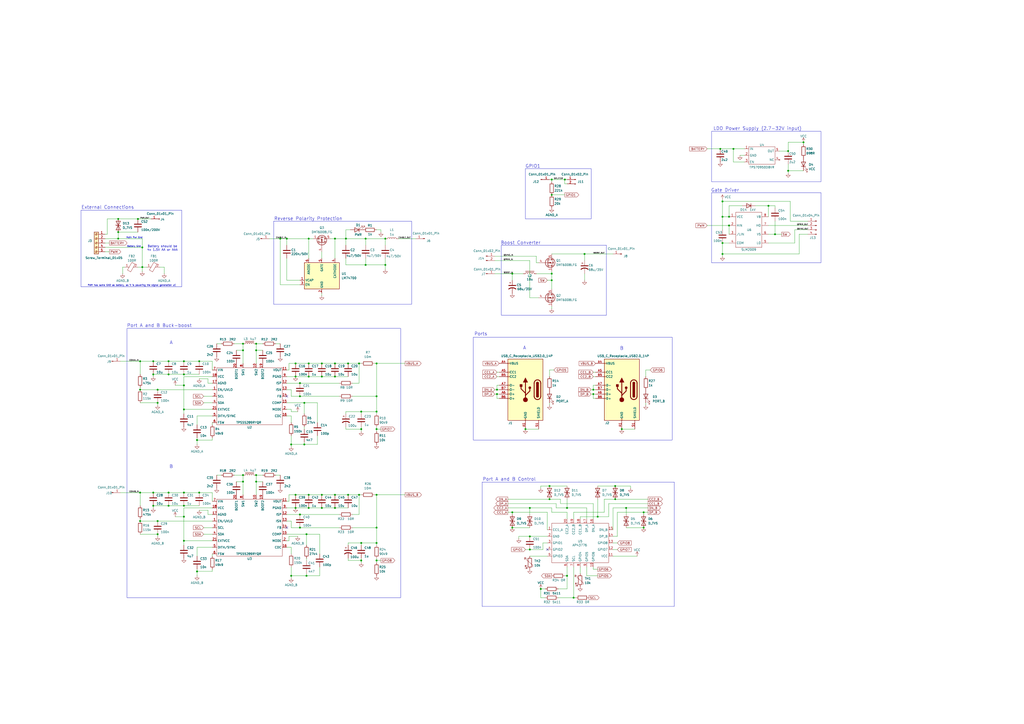
<source format=kicad_sch>
(kicad_sch (version 20231120) (generator "eeschema") (generator_version "8.0")
  (paper "A2")
  (junction (at 419.1 147.32))
  (junction (at 218.44 314.96))
  (junction (at 200.66 138.43))
  (junction (at 307.34 318.77))
  (junction (at 327.66 104.14))
  (junction (at 328.93 334.01))
  (junction (at 307.34 294.64))
  (junction (at 186.69 218.44))
  (junction (at 313.69 341.63))
  (junction (at 288.29 228.6))
  (junction (at 106.68 299.72))
  (junction (at 339.09 147.32))
  (junction (at 176.53 257.81))
  (junction (at 373.38 306.07))
  (junction (at 209.55 314.96))
  (junction (at 168.91 257.81))
  (junction (at 173.99 222.25))
  (junction (at 356.87 289.56))
  (junction (at 218.44 287.02))
  (junction (at 140.97 199.39))
  (junction (at 328.93 294.64))
  (junction (at 106.68 313.69))
  (junction (at 208.28 287.02))
  (junction (at 344.17 228.6))
  (junction (at 88.9 293.37))
  (junction (at 173.99 306.07))
  (junction (at 140.97 279.4))
  (junction (at 91.44 309.88))
  (junction (at 171.45 287.02))
  (junction (at 68.58 134.62))
  (junction (at 114.3 331.47))
  (junction (at 307.34 311.15))
  (junction (at 91.44 226.06))
  (junction (at 320.04 104.14))
  (junction (at 88.9 217.17))
  (junction (at 88.9 209.55))
  (junction (at 186.69 210.82))
  (junction (at 148.59 279.4))
  (junction (at 186.69 294.64))
  (junction (at 179.07 210.82))
  (junction (at 81.28 285.75))
  (junction (at 148.59 275.59))
  (junction (at 209.55 238.76))
  (junction (at 81.28 302.26))
  (junction (at 445.77 119.38))
  (junction (at 363.22 294.64))
  (junction (at 194.31 218.44))
  (junction (at 186.69 287.02))
  (junction (at 140.97 203.2))
  (junction (at 297.18 306.07))
  (junction (at 318.77 281.94))
  (junction (at 80.01 127))
  (junction (at 201.93 287.02))
  (junction (at 422.91 125.73))
  (junction (at 417.83 86.36))
  (junction (at 81.28 226.06))
  (junction (at 223.52 153.67))
  (junction (at 88.9 285.75))
  (junction (at 91.44 302.26))
  (junction (at 218.44 248.92))
  (junction (at 457.2 99.06))
  (junction (at 179.07 294.64))
  (junction (at 201.93 210.82))
  (junction (at 218.44 238.76))
  (junction (at 419.1 125.73))
  (junction (at 373.38 297.18))
  (junction (at 425.45 86.36))
  (junction (at 179.07 287.02))
  (junction (at 81.28 209.55))
  (junction (at 218.44 306.07))
  (junction (at 194.31 287.02))
  (junction (at 320.04 158.75))
  (junction (at 106.68 209.55))
  (junction (at 320.04 162.56))
  (junction (at 148.59 203.2))
  (junction (at 360.68 248.92))
  (junction (at 162.56 138.43))
  (junction (at 320.04 113.03))
  (junction (at 297.18 297.18))
  (junction (at 106.68 217.17))
  (junction (at 106.68 237.49))
  (junction (at 318.77 289.56))
  (junction (at 422.91 130.81))
  (junction (at 173.99 229.87))
  (junction (at 171.45 218.44))
  (junction (at 419.1 116.84))
  (junction (at 166.37 138.43))
  (junction (at 171.45 294.64))
  (junction (at 176.53 233.68))
  (junction (at 419.1 140.97))
  (junction (at 177.8 334.01))
  (junction (at 194.31 138.43))
  (junction (at 212.09 138.43))
  (junction (at 114.3 255.27))
  (junction (at 82.55 154.94))
  (junction (at 97.79 209.55))
  (junction (at 223.52 138.43))
  (junction (at 179.07 138.43))
  (junction (at 97.79 285.75))
  (junction (at 68.58 127))
  (junction (at 106.68 293.37))
  (junction (at 218.44 229.87))
  (junction (at 91.44 233.68))
  (junction (at 179.07 218.44))
  (junction (at 115.57 209.55))
  (junction (at 208.28 210.82))
  (junction (at 297.18 158.75))
  (junction (at 97.79 293.37))
  (junction (at 106.68 223.52))
  (junction (at 97.79 217.17))
  (junction (at 177.8 309.88))
  (junction (at 194.31 210.82))
  (junction (at 82.55 143.51))
  (junction (at 218.44 325.12))
  (junction (at 140.97 275.59))
  (junction (at 344.17 226.06))
  (junction (at 356.87 281.94))
  (junction (at 173.99 298.45))
  (junction (at 68.58 138.43))
  (junction (at 171.45 210.82))
  (junction (at 449.58 135.89))
  (junction (at 209.55 248.92))
  (junction (at 212.09 153.67))
  (junction (at 115.57 285.75))
  (junction (at 148.59 199.39))
  (junction (at 346.71 299.72))
  (junction (at 304.8 248.92))
  (junction (at 457.2 87.63))
  (junction (at 209.55 325.12))
  (junction (at 332.74 346.71))
  (junction (at 218.44 210.82))
  (junction (at 168.91 334.01))
  (junction (at 466.09 82.55))
  (junction (at 194.31 294.64))
  (junction (at 106.68 285.75))
  (junction (at 288.29 226.06))
  (no_connect (at 166.37 229.87))
  (no_connect (at 166.37 306.07))
  (no_connect (at 317.5 318.77))
  (wire (pts (xy 179.07 138.43) (xy 179.07 149.86)))
  (wire (pts (xy 218.44 210.82) (xy 218.44 229.87)))
  (wire (pts (xy 320.04 104.14) (xy 320.04 105.41)))
  (wire (pts (xy 106.68 237.49) (xy 123.19 237.49)))
  (wire (pts (xy 419.1 147.32) (xy 419.1 148.59)))
  (wire (pts (xy 466.09 82.55) (xy 466.09 83.82)))
  (wire (pts (xy 336.55 299.72) (xy 336.55 300.99)))
  (wire (pts (xy 344.17 292.1) (xy 344.17 300.99)))
  (wire (pts (xy 355.6 307.34) (xy 355.6 294.64)))
  (wire (pts (xy 118.11 233.68) (xy 123.19 233.68)))
  (wire (pts (xy 194.31 138.43) (xy 200.66 138.43)))
  (wire (pts (xy 419.1 116.84) (xy 458.47 116.84)))
  (wire (pts (xy 171.45 218.44) (xy 179.07 218.44)))
  (wire (pts (xy 88.9 293.37) (xy 88.9 294.64)))
  (wire (pts (xy 148.59 199.39) (xy 152.4 199.39)))
  (wire (pts (xy 114.3 317.5) (xy 114.3 322.58)))
  (wire (pts (xy 419.1 115.57) (xy 419.1 116.84)))
  (wire (pts (xy 313.69 281.94) (xy 313.69 283.21)))
  (wire (pts (xy 458.47 128.27) (xy 458.47 116.84)))
  (wire (pts (xy 186.69 170.18) (xy 186.69 171.45)))
  (wire (pts (xy 82.55 143.51) (xy 82.55 138.43)))
  (wire (pts (xy 218.44 287.02) (xy 234.95 287.02)))
  (wire (pts (xy 120.65 295.91) (xy 115.57 295.91)))
  (wire (pts (xy 114.3 241.3) (xy 114.3 246.38)))
  (wire (pts (xy 156.21 138.43) (xy 162.56 138.43)))
  (wire (pts (xy 342.9 226.06) (xy 344.17 226.06)))
  (wire (pts (xy 311.15 148.59) (xy 311.15 152.4)))
  (wire (pts (xy 91.44 226.06) (xy 123.19 226.06)))
  (wire (pts (xy 88.9 293.37) (xy 97.79 293.37)))
  (wire (pts (xy 106.68 299.72) (xy 106.68 313.69)))
  (wire (pts (xy 209.55 248.92) (xy 209.55 250.19)))
  (wire (pts (xy 438.15 119.38) (xy 445.77 119.38)))
  (wire (pts (xy 339.09 158.75) (xy 339.09 162.56)))
  (wire (pts (xy 375.92 292.1) (xy 353.06 292.1)))
  (wire (pts (xy 332.74 297.18) (xy 350.52 297.18)))
  (wire (pts (xy 209.55 325.12) (xy 209.55 326.39)))
  (wire (pts (xy 317.5 297.18) (xy 297.18 297.18)))
  (wire (pts (xy 461.01 140.97) (xy 461.01 133.35)))
  (wire (pts (xy 166.37 218.44) (xy 171.45 218.44)))
  (wire (pts (xy 81.28 309.88) (xy 91.44 309.88)))
  (wire (pts (xy 95.25 158.75) (xy 95.25 154.94)))
  (wire (pts (xy 81.28 293.37) (xy 81.28 285.75)))
  (wire (pts (xy 468.63 128.27) (xy 458.47 128.27)))
  (wire (pts (xy 431.8 93.98) (xy 425.45 93.98)))
  (wire (pts (xy 179.07 218.44) (xy 186.69 218.44)))
  (wire (pts (xy 220.98 133.35) (xy 220.98 134.62)))
  (wire (pts (xy 325.12 289.56) (xy 318.77 289.56)))
  (wire (pts (xy 194.31 218.44) (xy 201.93 218.44)))
  (wire (pts (xy 294.64 292.1) (xy 322.58 292.1)))
  (wire (pts (xy 176.53 233.68) (xy 184.15 233.68)))
  (wire (pts (xy 168.91 306.07) (xy 168.91 302.26)))
  (wire (pts (xy 297.18 306.07) (xy 307.34 306.07)))
  (wire (pts (xy 106.68 313.69) (xy 106.68 316.23)))
  (wire (pts (xy 208.28 287.02) (xy 209.55 287.02)))
  (wire (pts (xy 160.02 275.59) (xy 162.56 275.59)))
  (wire (pts (xy 168.91 257.81) (xy 168.91 252.73)))
  (wire (pts (xy 300.99 311.15) (xy 307.34 311.15)))
  (wire (pts (xy 212.09 153.67) (xy 223.52 153.67)))
  (wire (pts (xy 166.37 138.43) (xy 179.07 138.43)))
  (wire (pts (xy 166.37 214.63) (xy 167.64 214.63)))
  (wire (pts (xy 184.15 252.73) (xy 184.15 257.81)))
  (wire (pts (xy 325.12 292.1) (xy 325.12 289.56)))
  (wire (pts (xy 218.44 210.82) (xy 217.17 210.82)))
  (wire (pts (xy 185.42 328.93) (xy 185.42 334.01)))
  (wire (pts (xy 328.93 294.64) (xy 340.36 294.64)))
  (wire (pts (xy 320.04 147.32) (xy 339.09 147.32)))
  (wire (pts (xy 289.56 231.14) (xy 288.29 231.14)))
  (wire (pts (xy 209.55 240.03) (xy 209.55 238.76)))
  (wire (pts (xy 137.16 279.4) (xy 140.97 279.4)))
  (wire (pts (xy 218.44 133.35) (xy 220.98 133.35)))
  (wire (pts (xy 81.28 209.55) (xy 88.9 209.55)))
  (wire (pts (xy 135.89 275.59) (xy 140.97 275.59)))
  (wire (pts (xy 203.2 133.35) (xy 200.66 133.35)))
  (wire (pts (xy 212.09 149.86) (xy 212.09 153.67)))
  (wire (pts (xy 307.34 151.13) (xy 307.34 172.72)))
  (wire (pts (xy 209.55 238.76) (xy 218.44 238.76)))
  (wire (pts (xy 68.58 134.62) (xy 68.58 138.43)))
  (wire (pts (xy 218.44 248.92) (xy 218.44 250.19)))
  (wire (pts (xy 323.85 346.71) (xy 332.74 346.71)))
  (wire (pts (xy 176.53 247.65) (xy 176.53 248.92)))
  (wire (pts (xy 135.89 199.39) (xy 140.97 199.39)))
  (wire (pts (xy 140.97 279.4) (xy 140.97 287.02)))
  (wire (pts (xy 360.68 248.92) (xy 368.3 248.92)))
  (wire (pts (xy 200.66 238.76) (xy 209.55 238.76)))
  (wire (pts (xy 287.02 148.59) (xy 311.15 148.59)))
  (wire (pts (xy 166.37 317.5) (xy 168.91 317.5)))
  (wire (pts (xy 114.3 255.27) (xy 123.19 255.27)))
  (wire (pts (xy 218.44 287.02) (xy 217.17 287.02)))
  (wire (pts (xy 125.73 275.59) (xy 128.27 275.59)))
  (wire (pts (xy 457.2 99.06) (xy 466.09 99.06)))
  (wire (pts (xy 288.29 228.6) (xy 288.29 231.14)))
  (wire (pts (xy 125.73 199.39) (xy 128.27 199.39)))
  (wire (pts (xy 200.66 138.43) (xy 212.09 138.43)))
  (wire (pts (xy 114.3 254) (xy 114.3 255.27)))
  (wire (pts (xy 60.96 146.05) (xy 63.5 146.05)))
  (wire (pts (xy 123.19 285.75) (xy 115.57 285.75)))
  (wire (pts (xy 320.04 297.18) (xy 320.04 294.64)))
  (wire (pts (xy 328.93 281.94) (xy 318.77 281.94)))
  (wire (pts (xy 218.44 287.02) (xy 218.44 306.07)))
  (wire (pts (xy 120.65 219.71) (xy 115.57 219.71)))
  (wire (pts (xy 123.19 255.27) (xy 123.19 254)))
  (wire (pts (xy 327.66 104.14) (xy 328.93 104.14)))
  (wire (pts (xy 69.85 209.55) (xy 81.28 209.55)))
  (wire (pts (xy 417.83 86.36) (xy 425.45 86.36)))
  (wire (pts (xy 209.55 314.96) (xy 218.44 314.96)))
  (wire (pts (xy 201.93 210.82) (xy 208.28 210.82)))
  (wire (pts (xy 374.65 214.63) (xy 374.65 218.44)))
  (wire (pts (xy 350.52 289.56) (xy 350.52 297.18)))
  (wire (pts (xy 91.44 234.95) (xy 91.44 233.68)))
  (wire (pts (xy 300.99 312.42) (xy 300.99 311.15)))
  (wire (pts (xy 297.18 297.18) (xy 294.64 297.18)))
  (wire (pts (xy 97.79 217.17) (xy 106.68 217.17)))
  (wire (pts (xy 375.92 289.56) (xy 356.87 289.56)))
  (wire (pts (xy 318.77 214.63) (xy 321.31 214.63)))
  (wire (pts (xy 204.47 229.87) (xy 218.44 229.87)))
  (wire (pts (xy 297.18 158.75) (xy 297.18 162.56)))
  (wire (pts (xy 325.12 292.1) (xy 344.17 292.1)))
  (wire (pts (xy 452.12 87.63) (xy 457.2 87.63)))
  (wire (pts (xy 60.96 140.97) (xy 63.5 140.97)))
  (wire (pts (xy 123.19 298.45) (xy 120.65 298.45)))
  (wire (pts (xy 166.37 298.45) (xy 173.99 298.45)))
  (wire (pts (xy 373.38 297.18) (xy 375.92 297.18)))
  (wire (pts (xy 88.9 217.17) (xy 88.9 218.44)))
  (wire (pts (xy 81.28 224.79) (xy 81.28 226.06)))
  (wire (pts (xy 97.79 285.75) (xy 88.9 285.75)))
  (wire (pts (xy 320.04 113.03) (xy 327.66 113.03)))
  (wire (pts (xy 186.69 294.64) (xy 194.31 294.64)))
  (wire (pts (xy 167.64 214.63) (xy 167.64 210.82)))
  (wire (pts (xy 179.07 294.64) (xy 186.69 294.64)))
  (wire (pts (xy 106.68 223.52) (xy 106.68 237.49)))
  (wire (pts (xy 307.34 311.15) (xy 317.5 311.15)))
  (wire (pts (xy 123.19 222.25) (xy 120.65 222.25)))
  (wire (pts (xy 355.6 294.64) (xy 363.22 294.64)))
  (wire (pts (xy 288.29 226.06) (xy 289.56 226.06)))
  (wire (pts (xy 466.09 82.55) (xy 457.2 82.55)))
  (wire (pts (xy 168.91 257.81) (xy 176.53 257.81)))
  (wire (pts (xy 106.68 313.69) (xy 123.19 313.69)))
  (wire (pts (xy 419.1 140.97) (xy 419.1 147.32)))
  (wire (pts (xy 81.28 300.99) (xy 81.28 302.26)))
  (wire (pts (xy 123.19 331.47) (xy 123.19 330.2)))
  (wire (pts (xy 81.28 217.17) (xy 81.28 209.55)))
  (wire (pts (xy 209.55 248.92) (xy 200.66 248.92)))
  (wire (pts (xy 123.19 218.44) (xy 106.68 218.44)))
  (wire (pts (xy 166.37 241.3) (xy 168.91 241.3)))
  (wire (pts (xy 463.55 147.32) (xy 419.1 147.32)))
  (wire (pts (xy 176.53 256.54) (xy 176.53 257.81)))
  (wire (pts (xy 91.44 311.15) (xy 91.44 309.88)))
  (wire (pts (xy 167.64 210.82) (xy 171.45 210.82)))
  (wire (pts (xy 218.44 210.82) (xy 234.95 210.82)))
  (wire (pts (xy 166.37 302.26) (xy 168.91 302.26)))
  (wire (pts (xy 449.58 119.38) (xy 445.77 119.38)))
  (wire (pts (xy 287.02 226.06) (xy 288.29 226.06)))
  (wire (pts (xy 204.47 222.25) (xy 208.28 222.25)))
  (wire (pts (xy 328.93 297.18) (xy 320.04 297.18)))
  (wire (pts (xy 106.68 293.37) (xy 115.57 293.37)))
  (wire (pts (xy 288.29 218.44) (xy 289.56 218.44)))
  (wire (pts (xy 209.55 325.12) (xy 209.55 323.85)))
  (wire (pts (xy 327.66 106.68) (xy 327.66 104.14)))
  (wire (pts (xy 106.68 218.44) (xy 106.68 223.52)))
  (wire (pts (xy 62.23 127) (xy 68.58 127)))
  (wire (pts (xy 346.71 289.56) (xy 346.71 299.72)))
  (wire (pts (xy 328.93 106.68) (xy 327.66 106.68)))
  (wire (pts (xy 317.5 162.56) (xy 320.04 162.56)))
  (wire (pts (xy 123.19 245.11) (xy 123.19 246.38)))
  (wire (pts (xy 318.77 289.56) (xy 294.64 289.56)))
  (wire (pts (xy 363.22 294.64) (xy 375.92 294.64)))
  (wire (pts (xy 168.91 238.76) (xy 172.72 238.76)))
  (wire (pts (xy 140.97 203.2) (xy 140.97 210.82)))
  (wire (pts (xy 344.17 328.93) (xy 344.17 330.2)))
  (wire (pts (xy 353.06 299.72) (xy 346.71 299.72)))
  (wire (pts (xy 445.77 140.97) (xy 461.01 140.97)))
  (wire (pts (xy 374.65 214.63) (xy 377.19 214.63)))
  (wire (pts (xy 106.68 217.17) (xy 115.57 217.17)))
  (wire (pts (xy 201.93 287.02) (xy 208.28 287.02)))
  (wire (pts (xy 118.11 306.07) (xy 123.19 306.07)))
  (wire (pts (xy 322.58 294.64) (xy 328.93 294.64)))
  (wire (pts (xy 345.44 231.14) (xy 344.17 231.14)))
  (wire (pts (xy 168.91 241.3) (xy 168.91 245.11)))
  (wire (pts (xy 314.96 314.96) (xy 317.5 314.96)))
  (wire (pts (xy 101.6 223.52) (xy 106.68 223.52)))
  (wire (pts (xy 80.01 134.62) (xy 68.58 134.62)))
  (wire (pts (xy 171.45 210.82) (xy 179.07 210.82)))
  (wire (pts (xy 218.44 248.92) (xy 220.98 248.92)))
  (wire (pts (xy 373.38 298.45) (xy 373.38 297.18)))
  (wire (pts (xy 313.69 341.63) (xy 316.23 341.63)))
  (wire (pts (xy 184.15 245.11) (xy 184.15 233.68)))
  (wire (pts (xy 148.59 275.59) (xy 148.59 279.4)))
  (wire (pts (xy 422.91 119.38) (xy 422.91 125.73)))
  (wire (pts (xy 344.17 226.06) (xy 345.44 226.06)))
  (wire (pts (xy 355.6 311.15) (xy 358.14 311.15)))
  (wire (pts (xy 346.71 281.94) (xy 356.87 281.94)))
  (wire (pts (xy 81.28 226.06) (xy 91.44 226.06)))
  (wire (pts (xy 355.6 314.96) (xy 358.14 314.96)))
  (wire (pts (xy 344.17 228.6) (xy 344.17 231.14)))
  (wire (pts (xy 328.93 289.56) (xy 328.93 294.64)))
  (wire (pts (xy 88.9 217.17) (xy 97.79 217.17)))
  (wire (pts (xy 179.07 210.82) (xy 186.69 210.82)))
  (wire (pts (xy 166.37 138.43) (xy 166.37 142.24)))
  (wire (pts (xy 80.01 127) (xy 87.63 127)))
  (wire (pts (xy 339.09 147.32) (xy 355.6 147.32)))
  (wire (pts (xy 218.44 306.07) (xy 218.44 314.96)))
  (wire (pts (xy 106.68 209.55) (xy 97.79 209.55)))
  (wire (pts (xy 332.74 328.93) (xy 332.74 346.71)))
  (wire (pts (xy 218.44 325.12) (xy 218.44 326.39)))
  (wire (pts (xy 167.64 287.02) (xy 171.45 287.02)))
  (wire (pts (xy 177.8 332.74) (xy 177.8 334.01)))
  (wire (pts (xy 68.58 127) (xy 80.01 127)))
  (wire (pts (xy 209.55 248.92) (xy 209.55 247.65)))
  (wire (pts (xy 208.28 210.82) (xy 209.55 210.82)))
  (wire (pts (xy 328.93 328.93) (xy 328.93 334.01)))
  (wire (pts (xy 297.18 158.75) (xy 303.53 158.75)))
  (wire (pts (xy 137.16 203.2) (xy 140.97 203.2)))
  (wire (pts (xy 320.04 162.56) (xy 320.04 167.64)))
  (wire (pts (xy 327.66 334.01) (xy 328.93 334.01)))
  (wire (pts (xy 365.76 281.94) (xy 365.76 283.21)))
  (wire (pts (xy 60.96 143.51) (xy 82.55 143.51)))
  (wire (pts (xy 166.37 290.83) (xy 167.64 290.83)))
  (wire (pts (xy 358.14 311.15) (xy 358.14 297.18)))
  (wire (pts (xy 123.19 321.31) (xy 123.19 322.58)))
  (wire (pts (xy 430.53 119.38) (xy 422.91 119.38)))
  (wire (pts (xy 288.29 223.52) (xy 288.29 226.06)))
  (wire (pts (xy 339.09 147.32) (xy 339.09 151.13)))
  (wire (pts (xy 344.17 215.9) (xy 345.44 215.9)))
  (wire (pts (xy 177.8 323.85) (xy 177.8 325.12)))
  (wire (pts (xy 166.37 226.06) (xy 168.91 226.06)))
  (wire (pts (xy 445.77 119.38) (xy 445.77 125.73)))
  (wire (pts (xy 167.64 290.83) (xy 167.64 287.02)))
  (wire (pts (xy 173.99 229.87) (xy 196.85 229.87)))
  (wire (pts (xy 218.44 229.87) (xy 218.44 238.76)))
  (wire (pts (xy 287.02 228.6) (xy 288.29 228.6)))
  (wire (pts (xy 185.42 334.01) (xy 177.8 334.01)))
  (wire (pts (xy 186.69 146.05) (xy 186.69 149.86)))
  (wire (pts (xy 449.58 135.89) (xy 453.39 135.89)))
  (wire (pts (xy 162.56 165.1) (xy 162.56 138.43)))
  (wire (pts (xy 344.17 330.2) (xy 346.71 330.2)))
  (wire (pts (xy 118.11 309.88) (xy 123.19 309.88)))
  (wire (pts (xy 431.8 90.17) (xy 429.26 90.17)))
  (wire (pts (xy 120.65 298.45) (xy 120.65 295.91)))
  (wire (pts (xy 340.36 334.01) (xy 346.71 334.01)))
  (wire (pts (xy 311.15 152.4) (xy 312.42 152.4)))
  (wire (pts (xy 166.37 309.88) (xy 177.8 309.88)))
  (wire (pts (xy 318.77 281.94) (xy 313.69 281.94)))
  (wire (pts (xy 194.31 294.64) (xy 201.93 294.64)))
  (wire (pts (xy 313.69 346.71) (xy 313.69 341.63)))
  (wire (pts (xy 82.55 154.94) (xy 85.09 154.94)))
  (wire (pts (xy 204.47 298.45) (xy 208.28 298.45)))
  (wire (pts (xy 449.58 128.27) (xy 449.58 135.89)))
  (wire (pts (xy 461.01 133.35) (xy 468.63 133.35)))
  (wire (pts (xy 81.28 302.26) (xy 91.44 302.26)))
  (wire (pts (xy 332.74 297.18) (xy 332.74 300.99)))
  (wire (pts (xy 167.64 311.15) (xy 167.64 313.69)))
  (wire (pts (xy 166.37 222.25) (xy 173.99 222.25)))
  (wire (pts (xy 106.68 285.75) (xy 97.79 285.75)))
  (wire (pts (xy 209.55 325.12) (xy 201.93 325.12)))
  (wire (pts (xy 123.19 294.64) (xy 106.68 294.64)))
  (wire (pts (xy 148.59 199.39) (xy 148.59 203.2)))
  (wire (pts (xy 297.18 297.18) (xy 297.18 298.45)))
  (wire (pts (xy 166.37 294.64) (xy 171.45 294.64)))
  (wire (pts (xy 314.96 318.77) (xy 314.96 314.96)))
  (wire (pts (xy 311.15 158.75) (xy 320.04 158.75)))
  (wire (pts (xy 318.77 233.68) (xy 318.77 234.95)))
  (wire (pts (xy 356.87 281.94) (xy 365.76 281.94)))
  (wire (pts (xy 168.91 334.01) (xy 168.91 328.93)))
  (wire (pts (xy 168.91 335.28) (xy 168.91 334.01)))
  (wire (pts (xy 218.44 240.03) (xy 218.44 238.76)))
  (wire (pts (xy 449.58 135.89) (xy 445.77 135.89)))
  (wire (pts (xy 344.17 228.6) (xy 345.44 228.6)))
  (wire (pts (xy 184.15 257.81) (xy 176.53 257.81)))
  (wire (pts (xy 185.42 321.31) (xy 185.42 309.88)))
  (wire (pts (xy 201.93 314.96) (xy 209.55 314.96)))
  (wire (pts (xy 91.44 302.26) (xy 123.19 302.26)))
  (wire (pts (xy 82.55 157.48) (xy 82.55 154.94)))
  (wire (pts (xy 320.04 294.64) (xy 307.34 294.64)))
  (wire (pts (xy 320.04 158.75) (xy 320.04 162.56)))
  (wire (pts (xy 307.34 294.64) (xy 307.34 298.45)))
  (wire (pts (xy 318.77 104.14) (xy 320.04 104.14)))
  (wire (pts (xy 200.66 247.65) (xy 200.66 248.92)))
  (wire (pts (xy 410.21 86.36) (xy 417.83 86.36)))
  (wire (pts (xy 358.14 297.18) (xy 373.38 297.18)))
  (wire (pts (xy 168.91 334.01) (xy 177.8 334.01)))
  (wire (pts (xy 194.31 287.02) (xy 201.93 287.02)))
  (wire (pts (xy 114.3 331.47) (xy 123.19 331.47)))
  (wire (pts (xy 468.63 135.89) (xy 463.55 135.89)))
  (wire (pts (xy 173.99 306.07) (xy 196.85 306.07)))
  (wire (pts (xy 212.09 138.43) (xy 223.52 138.43)))
  (wire (pts (xy 363.22 294.64) (xy 363.22 298.45)))
  (wire (pts (xy 201.93 323.85) (xy 201.93 325.12)))
  (wire (pts (xy 457.2 82.55) (xy 457.2 87.63)))
  (wire (pts (xy 212.09 138.43) (xy 212.09 142.24)))
  (wire (pts (xy 168.91 317.5) (xy 168.91 321.31)))
  (wire (pts (xy 114.3 255.27) (xy 114.3 257.81)))
  (wire (pts (xy 97.79 293.37) (xy 106.68 293.37)))
  (wire (pts (xy 200.66 138.43) (xy 200.66 142.24)))
  (wire (pts (xy 81.28 285.75) (xy 88.9 285.75)))
  (wire (pts (xy 97.79 209.55) (xy 88.9 209.55)))
  (wire (pts (xy 336.55 328.93) (xy 336.55 332.74)))
  (wire (pts (xy 356.87 289.56) (xy 350.52 289.56)))
  (wire (pts (xy 167.64 313.69) (xy 166.37 313.69)))
  (wire (pts (xy 166.37 149.86) (xy 166.37 162.56)))
  (wire (pts (xy 304.8 318.77) (xy 307.34 318.77)))
  (wire (pts (xy 289.56 223.52) (xy 288.29 223.52)))
  (wire (pts (xy 114.3 331.47) (xy 114.3 334.01)))
  (wire (pts (xy 166.37 233.68) (xy 176.53 233.68)))
  (wire (pts (xy 148.59 279.4) (xy 148.59 287.02)))
  (wire (pts (xy 82.55 154.94) (xy 82.55 143.51)))
  (wire (pts (xy 363.22 306.07) (xy 373.38 306.07)))
  (wire (pts (xy 463.55 135.89) (xy 463.55 147.32)))
  (wire (pts (xy 80.01 154.94) (xy 82.55 154.94)))
  (wire (pts (xy 419.1 140.97) (xy 422.91 140.97)))
  (wire (pts (xy 410.21 130.81) (xy 422.91 130.81)))
  (wire (pts (xy 179.07 138.43) (xy 181.61 138.43)))
  (wire (pts (xy 194.31 138.43) (xy 194.31 149.86)))
  (wire (pts (xy 355.6 318.77) (xy 358.14 318.77)))
  (wire (pts (xy 317.5 307.34) (xy 317.5 297.18)))
  (wire (pts (xy 328.93 334.01) (xy 328.93 341.63)))
  (wire (pts (xy 123.19 209.55) (xy 115.57 209.55)))
  (wire (pts (xy 92.71 154.94) (xy 95.25 154.94)))
  (wire (pts (xy 346.71 299.72) (xy 336.55 299.72)))
  (wire (pts (xy 317.5 322.58) (xy 307.34 322.58)))
  (wire (pts (xy 342.9 228.6) (xy 344.17 228.6)))
  (wire (pts (xy 171.45 287.02) (xy 179.07 287.02)))
  (wire (pts (xy 172.72 311.15) (xy 167.64 311.15)))
  (wire (pts (xy 419.1 125.73) (xy 422.91 125.73)))
  (wire (pts (xy 162.56 138.43) (xy 166.37 138.43)))
  (wire (pts (xy 101.6 299.72) (xy 106.68 299.72)))
  (wire (pts (xy 200.66 133.35) (xy 200.66 138.43)))
  (wire (pts (xy 288.29 228.6) (xy 289.56 228.6)))
  (wire (pts (xy 166.37 162.56) (xy 173.99 162.56)))
  (wire (pts (xy 148.59 203.2) (xy 148.59 210.82)))
  (wire (pts (xy 123.19 317.5) (xy 114.3 317.5)))
  (wire (pts (xy 81.28 233.68) (xy 91.44 233.68)))
  (wire (pts (xy 374.65 233.68) (xy 374.65 234.95)))
  (wire (pts (xy 320.04 104.14) (xy 327.66 104.14)))
  (wire (pts (xy 120.65 222.25) (xy 120.65 219.71)))
  (wire (pts (xy 209.55 316.23) (xy 209.55 314.96)))
  (wire (pts (xy 218.44 325.12) (xy 220.98 325.12)))
  (wire (pts (xy 200.66 153.67) (xy 212.09 153.67)))
  (wire (pts (xy 223.52 138.43) (xy 223.52 142.24)))
  (wire (pts (xy 445.77 130.81) (xy 468.63 130.81)))
  (wire (pts (xy 115.57 285.75) (xy 106.68 285.75)))
  (wire (pts (xy 320.04 177.8) (xy 320.04 179.07)))
  (wire (pts (xy 168.91 259.08) (xy 168.91 257.81)))
  (wire (pts (xy 457.2 99.06) (xy 457.2 95.25)))
  (wire (pts (xy 62.23 135.89) (xy 60.96 135.89)))
  (wire (pts (xy 353.06 292.1) (xy 353.06 299.72)))
  (wire (pts (xy 208.28 210.82) (xy 208.28 222.25)))
  (wire (pts (xy 118.11 229.87) (xy 123.19 229.87)))
  (wire (pts (xy 218.44 247.65) (xy 218.44 248.92)))
  (wire (pts (xy 173.99 222.25) (xy 196.85 222.25)))
  (wire (pts (xy 316.23 346.71) (xy 313.69 346.71)))
  (wire (pts (xy 223.52 153.67) (xy 223.52 149.86)))
  (wire (pts (xy 186.69 210.82) (xy 194.31 210.82)))
  (wire (pts (xy 62.23 127) (xy 62.23 135.89)))
  (wire (pts (xy 114.3 330.2) (xy 114.3 331.47)))
  (wire (pts (xy 208.28 287.02) (xy 208.28 298.45)))
  (wire (pts (xy 148.59 279.4) (xy 152.4 279.4)))
  (wire (pts (xy 123.19 290.83) (xy 123.19 285.75)))
  (wire (pts (xy 168.91 229.87) (xy 168.91 226.06)))
  (wire (pts (xy 201.93 316.23) (xy 201.93 314.96)))
  (wire (pts (xy 322.58 294.64) (xy 322.58 292.1)))
  (wire (pts (xy 69.85 285.75) (xy 81.28 285.75)))
  (wire (pts (xy 148.59 203.2) (xy 152.4 203.2)))
  (wire (pts (xy 318.77 214.63) (xy 318.77 218.44)))
  (wire (pts (xy 419.1 116.84) (xy 419.1 125.73)))
  (wire (pts (xy 419.1 125.73) (xy 419.1 133.35)))
  (wire (pts (xy 323.85 341.63) (xy 328.93 341.63)))
  (wire (pts (xy 344.17 218.44) (xy 345.44 218.44)))
  (wire (pts (xy 344.17 223.52) (xy 344.17 226.06)))
  (wire (pts (xy 171.45 294.64) (xy 179.07 294.64)))
  (wire (pts (xy 115.57 209.55) (xy 106.68 209.55)))
  (wire (pts (xy 422.91 130.81) (xy 422.91 135.89)))
  (wire (pts (xy 288.29 215.9) (xy 289.56 215.9)))
  (wire (pts (xy 340.36 294.64) (xy 340.36 300.99)))
  (wire (pts (xy 204.47 306.07) (xy 218.44 306.07)))
  (wire (pts (xy 60.96 138.43) (xy 68.58 138.43)))
  (wire (pts (xy 173.99 298.45) (xy 196.85 298.45)))
  (wire (pts (xy 320.04 157.48) (xy 320.04 158.75)))
  (wire (pts (xy 191.77 138.43) (xy 194.31 138.43)))
  (wire (pts (xy 200.66 149.86) (xy 200.66 153.67)))
  (wire (pts (xy 304.8 248.92) (xy 312.42 248.92)))
  (wire (pts (xy 194.31 210.82) (xy 201.93 210.82)))
  (wire (pts (xy 425.45 93.98) (xy 425.45 86.36)))
  (wire (pts (xy 106.68 294.64) (xy 106.68 299.72)))
  (wire (pts (xy 287.02 151.13) (xy 307.34 151.13)))
  (wire (pts (xy 106.68 237.49) (xy 106.68 240.03)))
  (wire (pts (xy 140.97 199.39) (xy 140.97 203.2)))
  (wire (pts (xy 186.69 287.02) (xy 194.31 287.02)))
  (wire (pts (xy 186.69 218.44) (xy 194.31 218.44)))
  (wire (pts (xy 177.8 316.23) (xy 177.8 309.88)))
  (wire (pts (xy 340.36 328.93) (xy 340.36 334.01)))
  (wire (pts (xy 345.44 223.52) (xy 344.17 223.52)))
  (wire (pts (xy 287.02 158.75) (xy 297.18 158.75)))
  (wire (pts (xy 168.91 237.49) (xy 168.91 238.76)))
  (wire (pts (xy 123.19 214.63) (xy 123.19 209.55)))
  (wire (pts (xy 355.6 322.58) (xy 369.57 322.58)))
  (wire (pts (xy 176.53 240.03) (xy 176.53 233.68)))
  (wire (pts (xy 148.59 275.59) (xy 152.4 275.59)))
  (wire (pts (xy 160.02 199.39) (xy 162.56 199.39)))
  (wire (pts (xy 218.44 316.23) (xy 218.44 314.96)))
  (wire (pts (xy 457.2 100.33) (xy 457.2 99.06)))
  (wire (pts (xy 71.12 158.75) (xy 71.12 154.94)))
  (wire (pts (xy 200.66 240.03) (xy 200.66 238.76)))
  (wire (pts (xy 168.91 229.87) (xy 173.99 229.87)))
  (wire (pts (xy 307.34 294.64) (xy 294.64 294.64)))
  (wire (pts (xy 425.45 86.36) (xy 431.8 86.36)))
  (wire (pts (xy 307.34 318.77) (xy 314.96 318.77)))
  (wire (pts (xy 168.91 306.07) (xy 173.99 306.07)))
  (wire (pts (xy 334.01 346.71) (xy 332.74 346.71)))
  (wire (pts (xy 231.14 138.43) (xy 241.3 138.43)))
  (wire (pts (xy 449.58 120.65) (xy 449.58 119.38)))
  (wire (pts (xy 307.34 172.72) (xy 312.42 172.72)))
  (wire (pts (xy 173.99 165.1) (xy 162.56 165.1)))
  (wire (pts (xy 223.52 153.67) (xy 223.52 156.21)))
  (wire (pts (xy 179.07 287.02) (xy 186.69 287.02)))
  (wire (pts (xy 166.37 237.49) (xy 168.91 237.49)))
  (wire (pts (xy 328.93 297.18) (xy 328.93 300.99)))
  (wire (pts (xy 68.58 138.43) (xy 82.55 138.43)))
  (wire (pts (xy 177.8 309.88) (xy 185.42 309.88)))
  (wire (pts (xy 218.44 323.85) (xy 218.44 325.12)))
  (wire (pts (xy 123.19 241.3) (xy 114.3 241.3)))
  (wire (pts (xy 140.97 275.59) (xy 140.97 279.4)))
  (wire (pts (xy 71.12 154.94) (xy 72.39 154.94)))
  (rectangle (start 279.654 279.654) (end 391.16 351.79))
  (rectangle (start 290.83 142.24) (end 351.79 182.88))
  (rectangle (start 304.8 97.79) (end 342.9 127))
  (rectangle (start 412.75 76.2) (end 476.25 105.41))
  (rectangle (start 274.574 195.58) (end 389.89 255.27))
  (rectangle (start 46.99 121.92) (end 105.41 166.37))
  (rectangle (start 158.75 128.27) (end 238.76 176.53))
  (rectangle (start 73.66 190.5) (end 232.41 346.71))
  (rectangle (start 412.75 111.76) (end 476.25 152.4))
  (text "Gate Driver" (at 420.624 110.49 0) (effects (font (size 1.905 1.905))))
  (text "Ports" (at 278.892 193.802 0) (effects (font (size 1.905 1.905))))
  (text "External Connections" (at 62.484 120.396 0) (effects (font (size 1.905 1.905))))
  (text "Reverse Polarity Protection" (at 178.816 127 0) (effects (font (size 1.905 1.905))))
  (text "PWM has same GND as battery, as it is powering the signal generation uC\n" (at 76.454 165.608 0) (effects (font (size 0.889 0.889))))
  (text "Battery should be\n4x 1.5V AA or AAA" (at 94.234 144.018 0) (effects (font (size 1.27 1.27))))
  (text "Boost Converter" (at 302.006 140.97 0) (effects (font (size 1.905 1.905))))
  (text "B\n" (at 99.314 270.764 0) (effects (font (size 1.905 1.905))))
  (text "Port A and B Buck-boost" (at 92.456 188.976 0) (effects (font (size 1.905 1.905))))
  (text "Main Pwr Gnd" (at 77.978 137.922 0) (effects (font (size 0.889 0.889))))
  (text "Battery Gnd" (at 77.724 143.002 0) (effects (font (size 0.889 0.889))))
  (text "LDO Power Supply (2.7-32V input)" (at 439.42 74.676 0) (effects (font (size 1.905 1.905))))
  (text "B" (at 360.68 202.184 0) (effects (font (size 1.905 1.905))))
  (text "A" (at 304.292 201.93 0) (effects (font (size 1.905 1.905))))
  (text "GPIO1" (at 309.118 96.52 0) (effects (font (size 1.905 1.905))))
  (text "A" (at 99.314 198.882 0) (effects (font (size 1.905 1.905))))
  (text "Port A and B Control" (at 295.402 278.13 0) (effects (font (size 1.905 1.905))))
  (label "CONVB_IN" (at 74.93 285.75 0) (effects (font (size 0.762 0.762))))
  (label "QPRIM_IN" (at 292.1 151.13 0) (effects (font (size 0.762 0.762))))
  (label "BOOST_IN" (at 292.1 158.75 0) (effects (font (size 0.762 0.762))))
  (label "QPRIM_OUT" (at 462.28 130.81 0) (effects (font (size 0.762 0.762))))
  (label "ENABLE_IN" (at 160.02 138.43 0) (effects (font (size 0.762 0.762))))
  (label "QSYNC_OUT" (at 462.28 133.35 0) (effects (font (size 0.762 0.762))))
  (label "CONVA_IN" (at 74.93 209.55 0) (effects (font (size 0.762 0.762))))
  (label "SPLITTER" (at 321.31 104.14 0) (effects (font (size 0.762 0.762))))
  (label "BOOST_OUT" (at 344.17 147.32 0) (effects (font (size 0.762 0.762))))
  (label "ENABLE_OUT" (at 231.14 138.43 0) (effects (font (size 0.762 0.762))))
  (label "QSYNC_IN" (at 292.1 148.59 0) (effects (font (size 0.762 0.762))))
  (label "PWR_OUT" (at 81.28 127 0) (effects (font (size 0.762 0.762))))
  (global_label "GPIO5" (shape output) (at 346.71 334.01 0) (property "Intersheetrefs" "${INTERSHEET_REFS}" (effects (hide yes))))
  (global_label "VBUS_B" (shape input) (at 345.44 210.82 180) (property "Intersheetrefs" "${INTERSHEET_REFS}" (effects (hide yes))))
  (global_label "SDA" (shape output) (at 320.04 334.01 180) (property "Intersheetrefs" "${INTERSHEET_REFS}" (effects (hide yes))))
  (global_label "GPIO1" (shape input) (at 304.8 318.77 180) (property "Intersheetrefs" "${INTERSHEET_REFS}" (effects (hide yes))))
  (global_label "CC2_A" (shape input) (at 288.29 218.44 180) (property "Intersheetrefs" "${INTERSHEET_REFS}" (effects (hide yes))))
  (global_label "DN_B" (shape input) (at 342.9 226.06 180) (property "Intersheetrefs" "${INTERSHEET_REFS}" (effects (hide yes))))
  (global_label "GPIO6" (shape output) (at 346.71 330.2 0) (property "Intersheetrefs" "${INTERSHEET_REFS}" (effects (hide yes))))
  (global_label "CC2_B" (shape input) (at 344.17 218.44 180) (property "Intersheetrefs" "${INTERSHEET_REFS}" (effects (hide yes))))
  (global_label "BATTERY" (shape input) (at 410.21 86.36 180) (property "Intersheetrefs" "${INTERSHEET_REFS}" (effects (hide yes))))
  (global_label "VBUS_A" (shape output) (at 234.95 210.82 0) (property "Intersheetrefs" "${INTERSHEET_REFS}" (effects (hide yes))))
  (global_label "DN_B" (shape output) (at 375.92 294.64 0) (property "Intersheetrefs" "${INTERSHEET_REFS}" (effects (hide yes))))
  (global_label "DN_A" (shape output) (at 294.64 289.56 180) (property "Intersheetrefs" "${INTERSHEET_REFS}" (effects (hide yes))))
  (global_label "SCL" (shape output) (at 341.63 346.71 0) (property "Intersheetrefs" "${INTERSHEET_REFS}" (effects (hide yes))))
  (global_label "DP_A" (shape input) (at 287.02 228.6 180) (property "Intersheetrefs" "${INTERSHEET_REFS}" (effects (hide yes))))
  (global_label "GPIO5" (shape input) (at 321.31 214.63 0) (property "Intersheetrefs" "${INTERSHEET_REFS}" (effects (hide yes))))
  (global_label "CC1_B" (shape output) (at 375.92 292.1 0) (property "Intersheetrefs" "${INTERSHEET_REFS}" (effects (hide yes))))
  (global_label "SDA" (shape input) (at 118.11 233.68 180) (property "Intersheetrefs" "${INTERSHEET_REFS}" (effects (hide yes))))
  (global_label "SCL" (shape input) (at 118.11 229.87 180) (property "Intersheetrefs" "${INTERSHEET_REFS}" (effects (hide yes))))
  (global_label "DN_A" (shape input) (at 287.02 226.06 180) (property "Intersheetrefs" "${INTERSHEET_REFS}" (effects (hide yes))))
  (global_label "CC1_A" (shape output) (at 294.64 297.18 180) (property "Intersheetrefs" "${INTERSHEET_REFS}" (effects (hide yes))))
  (global_label "CC1_B" (shape input) (at 344.17 215.9 180) (property "Intersheetrefs" "${INTERSHEET_REFS}" (effects (hide yes))))
  (global_label "SW" (shape output) (at 453.39 135.89 0) (property "Intersheetrefs" "${INTERSHEET_REFS}" (effects (hide yes))))
  (global_label "PWM" (shape output) (at 63.5 146.05 0) (property "Intersheetrefs" "${INTERSHEET_REFS}" (effects (hide yes))))
  (global_label "SDA" (shape input) (at 118.11 309.88 180) (property "Intersheetrefs" "${INTERSHEET_REFS}" (effects (hide yes))))
  (global_label "GPIO7" (shape output) (at 220.98 248.92 0) (property "Intersheetrefs" "${INTERSHEET_REFS}" (effects (hide yes))))
  (global_label "BATTERY" (shape output) (at 63.5 140.97 0) (property "Intersheetrefs" "${INTERSHEET_REFS}" (effects (hide yes))))
  (global_label "CC2_B" (shape output) (at 375.92 289.56 0) (property "Intersheetrefs" "${INTERSHEET_REFS}" (effects (hide yes))))
  (global_label "GPIO1" (shape output) (at 327.66 113.03 0) (property "Intersheetrefs" "${INTERSHEET_REFS}" (effects (hide yes))))
  (global_label "GPIO7" (shape input) (at 358.14 318.77 0) (property "Intersheetrefs" "${INTERSHEET_REFS}" (effects (hide yes))))
  (global_label "SW" (shape input) (at 317.5 162.56 180) (property "Intersheetrefs" "${INTERSHEET_REFS}" (effects (hide yes))))
  (global_label "VBUS_B" (shape output) (at 234.95 287.02 0) (property "Intersheetrefs" "${INTERSHEET_REFS}" (effects (hide yes))))
  (global_label "PWM" (shape input) (at 410.21 130.81 180) (property "Intersheetrefs" "${INTERSHEET_REFS}" (effects (hide yes))))
  (global_label "GPIO8" (shape input) (at 358.14 314.96 0) (property "Intersheetrefs" "${INTERSHEET_REFS}" (effects (hide yes))))
  (global_label "VBUS_A" (shape input) (at 289.56 210.82 180) (property "Intersheetrefs" "${INTERSHEET_REFS}" (effects (hide yes))))
  (global_label "DP_A" (shape output) (at 294.64 292.1 180) (property "Intersheetrefs" "${INTERSHEET_REFS}" (effects (hide yes))))
  (global_label "CC1_A" (shape input) (at 288.29 215.9 180) (property "Intersheetrefs" "${INTERSHEET_REFS}" (effects (hide yes))))
  (global_label "DP_B" (shape input) (at 342.9 228.6 180) (property "Intersheetrefs" "${INTERSHEET_REFS}" (effects (hide yes))))
  (global_label "SCL" (shape input) (at 118.11 306.07 180) (property "Intersheetrefs" "${INTERSHEET_REFS}" (effects (hide yes))))
  (global_label "CC2_A" (shape output) (at 294.64 294.64 180) (property "Intersheetrefs" "${INTERSHEET_REFS}" (effects (hide yes))))
  (global_label "GPIO8" (shape output) (at 220.98 325.12 0) (property "Intersheetrefs" "${INTERSHEET_REFS}" (effects (hide yes))))
  (global_label "DP_B" (shape output) (at 375.92 297.18 0) (property "Intersheetrefs" "${INTERSHEET_REFS}" (effects (hide yes))))
  (global_label "GPIO6" (shape input) (at 377.19 214.63 0) (property "Intersheetrefs" "${INTERSHEET_REFS}" (effects (hide yes))))
  (symbol (lib_id "Device:LED") (at 318.77 229.87 90) (unit 1)
    (property "Reference" "D2" (at 322.58 230.1874 90) (effects (justify right)))
    (property "Value" "PORT_A" (at 322.58 232.7274 90) (effects (justify right)))
    (property "Description" "Light emitting diode" (effects (hide yes)))
  )
  (symbol (lib_id "Device:C") (at 152.4 283.21 0) (unit 1)
    (property "Reference" "C37" (at 154.178 280.924 0) (effects (justify left)))
    (property "Value" "100n" (at 154.178 285.75 0) (effects (justify left)))
    (property "Description" "Unpolarized capacitor" (effects (hide yes)))
  )
  (symbol (lib_id "power:GND") (at 320.04 179.07 0) (unit 1)
    (property "Reference" "#PWR01" (effects (hide yes)))
    (property "Value" "GND" (effects (hide yes)))
    (property "Description" "Power symbol creates a global label with name \"GND\" , ground" (effects (hide yes)))
  )
  (symbol (lib_id "power:GND") (at 419.1 148.59 0) (unit 1)
    (property "Reference" "#PWR053" (effects (hide yes)))
    (property "Value" "GND" (effects (hide yes)))
    (property "Description" "Power symbol creates a global label with name \"GND\" , ground" (effects (hide yes)))
  )
  (symbol (lib_id "power:VCC") (at 101.6 223.52 0) (unit 1)
    (property "Reference" "#PWR040" (effects (hide yes)))
    (property "Value" "VCC" (at 101.6 219.964 0))
    (property "Description" "Power symbol creates a global label with name \"VCC\"" (effects (hide yes)))
  )
  (symbol (lib_id "power:GND") (at 374.65 234.95 0) (unit 1)
    (property "Reference" "#PWR048" (effects (hide yes)))
    (property "Value" "GND" (effects (hide yes)))
    (property "Description" "Power symbol creates a global label with name \"GND\" , ground" (effects (hide yes)))
  )
  (symbol (lib_id "Device:C") (at 209.55 243.84 0) (unit 1)
    (property "Reference" "C23" (at 211.328 241.554 0) (effects (justify left)))
    (property "Value" "1u" (at 211.328 246.38 0) (effects (justify left)))
    (property "Description" "Unpolarized capacitor" (effects (hide yes)))
  )
  (symbol (lib_id "Device:C") (at 137.16 283.21 0) (unit 1)
    (property "Reference" "C36" (at 131.318 280.924 0) (effects (justify left)))
    (property "Value" "100n" (at 131.318 285.75 0) (effects (justify left)))
    (property "Description" "Unpolarized capacitor" (effects (hide yes)))
  )
  (symbol (lib_id "power:GND") (at 457.2 100.33 0) (unit 1)
    (property "Reference" "#PWR033" (effects (hide yes)))
    (property "Value" "GND" (effects (hide yes)))
    (property "Description" "Power symbol creates a global label with name \"GND\" , ground" (effects (hide yes)))
  )
  (symbol (lib_id "Device:C") (at 125.73 203.2 0) (unit 1)
    (property "Reference" "C26" (at 119.888 200.914 0) (effects (justify left)))
    (property "Value" "2n2" (at 119.888 205.74 0) (effects (justify left)))
    (property "Description" "Unpolarized capacitor" (effects (hide yes)))
  )
  (symbol (lib_id "Device:C") (at 173.99 226.06 0) (unit 1)
    (property "Reference" "C21" (at 175.768 223.774 0) (effects (justify left)))
    (property "Value" "100n" (at 175.768 228.6 0) (effects (justify left)))
    (property "Description" "Unpolarized capacitor" (effects (hide yes)))
  )
  (symbol (lib_id "Device:C_Polarized_US") (at 200.66 243.84 0) (unit 1)
    (property "Reference" "C22" (at 202.184 241.554 0) (effects (justify left)))
    (property "Value" "100u" (at 201.93 246.888 0) (effects (justify left)))
    (property "Description" "Polarized capacitor, US symbol" (effects (hide yes)))
  )
  (symbol (lib_id "USBPD-2:TPS55289") (at 144.78 229.87 0) (unit 1)
    (property "Reference" "U2" (at 144.78 247.904 0))
    (property "Value" "TPS55289RYQR" (at 144.272 245.11 0))
    (property "Footprint" "USBPD-2:TPS55289" (effects (hide yes)))
    (property "Datasheet" "https://www.ti.com/lit/ds/symlink/tps55289.pdf?ts=1723610391011" (effects (hide yes)))
  )
  (symbol (lib_id "power:GNDA") (at 95.25 158.75 0) (unit 1)
    (property "Reference" "#PWR030" (effects (hide yes)))
    (property "Value" "AGND_A" (at 95.25 162.814 0))
    (property "Description" "Power symbol creates a global label with name \"GNDA\" , analog ground" (effects (hide yes)))
  )
  (symbol (lib_id "Device:C") (at 194.31 290.83 0) (unit 1)
    (property "Reference" "C45" (at 196.088 288.544 0) (effects (justify left)))
    (property "Value" "10u" (at 196.088 293.37 0) (effects (justify left)))
    (property "Description" "Unpolarized capacitor" (effects (hide yes)))
  )
  (symbol (lib_id "Device:C") (at 186.69 214.63 0) (unit 1)
    (property "Reference" "C18" (at 188.468 212.344 0) (effects (justify left)))
    (property "Value" "10u" (at 188.468 217.17 0) (effects (justify left)))
    (property "Description" "Unpolarized capacitor" (effects (hide yes)))
  )
  (symbol (lib_id "Device:R") (at 81.28 297.18 0) (unit 1)
    (property "Reference" "R15" (at 82.804 295.91 0) (effects (justify left)))
    (property "Value" "475k" (at 82.804 298.45 0) (effects (justify left)))
    (property "Description" "Resistor" (effects (hide yes)))
  )
  (symbol (lib_id "power:VCC") (at 313.69 341.63 0) (unit 1)
    (property "Reference" "#PWR039" (effects (hide yes)))
    (property "Value" "VCC" (at 313.69 338.074 0))
    (property "Description" "Power symbol creates a global label with name \"VCC\"" (effects (hide yes)))
  )
  (symbol (lib_id "Connector:Conn_01x01_Pin") (at 281.94 158.75 0) (unit 1)
    (property "Reference" "J7" (at 280.416 159.004 0))
    (property "Value" "Conn_01x01_Pin" (at 282.575 156.21 0))
    (property "Description" "Generic connector, single row, 01x01, script generated" (effects (hide yes)))
  )
  (symbol (lib_id "Power_Management:LM74700") (at 186.69 160.02 0) (unit 1)
    (property "Reference" "U1" (at 198.12 158.7499 0) (effects (justify left)))
    (property "Value" "LM74700" (at 198.12 161.2899 0) (effects (justify left)))
    (property "Footprint" "Package_TO_SOT_SMD:SOT-23-6" (effects (hide yes)))
    (property "Datasheet" "http://www.ti.com/lit/gpn/LM74700-Q1" (effects (hide yes)))
    (property "Description" "Low Iq reverse battery protection ideal diode controller, SOT-23-6" (effects (hide yes)))
  )
  (symbol (lib_id "Device:C") (at 115.57 289.56 0) (unit 1)
    (property "Reference" "C34" (at 117.348 287.274 0) (effects (justify left)))
    (property "Value" "100n" (at 117.348 292.1 0) (effects (justify left)))
    (property "Description" "Unpolarized capacitor" (effects (hide yes)))
  )
  (symbol (lib_id "Device:C") (at 91.44 306.07 0) (unit 1)
    (property "Reference" "C29" (at 93.218 303.784 0) (effects (justify left)))
    (property "Value" "100n" (at 93.218 308.61 0) (effects (justify left)))
    (property "Description" "Unpolarized capacitor" (effects (hide yes)))
  )
  (symbol (lib_id "Transistor_FET:DMT6008LFG") (at 317.5 152.4 0) (unit 1)
    (property "Reference" "Q1" (at 322.58 151.1299 0) (effects (justify left)))
    (property "Value" "DMT6008LFG" (at 322.58 153.6699 0) (effects (justify left)))
    (property "Footprint" "Package_SON:Diodes_PowerDI3333-8" (effects (hide yes)))
    (property "Datasheet" "https://www.diodes.com/assets/Datasheets/DMT6008LFG.pdf" (effects (hide yes)))
    (property "Description" "60A Id, 60V Vds, N-Channel Enhancement Mode MOSFET, 7.5mOhm Ron, 50.4nC Qg(typ), PowerDI-3333-8" (effects (hide yes)))
  )
  (symbol (lib_id "Device:C") (at 212.09 146.05 0) (unit 1)
    (property "Reference" "C3" (at 214.63 145.034 0) (effects (justify left)))
    (property "Value" "4u7/50V" (at 212.598 148.336 0) (effects (justify left)))
    (property "Description" "Unpolarized capacitor" (effects (hide yes)))
  )
  (symbol (lib_id "Device:C") (at 125.73 279.4 0) (unit 1)
    (property "Reference" "C35" (at 119.888 277.114 0) (effects (justify left)))
    (property "Value" "2n2" (at 119.888 281.94 0) (effects (justify left)))
    (property "Description" "Unpolarized capacitor" (effects (hide yes)))
  )
  (symbol (lib_id "Device:R") (at 168.91 248.92 0) (unit 1)
    (property "Reference" "R5" (at 170.434 247.65 0) (effects (justify left)))
    (property "Value" "150k" (at 170.434 250.19 0) (effects (justify left)))
    (property "Description" "Resistor" (effects (hide yes)))
  )
  (symbol (lib_id "Device:C") (at 162.56 279.4 0) (unit 1)
    (property "Reference" "C38" (at 164.592 277.114 0) (effects (justify left)))
    (property "Value" "2n2" (at 164.846 281.94 0) (effects (justify left)))
    (property "Description" "Unpolarized capacitor" (effects (hide yes)))
  )
  (symbol (lib_id "Device:R") (at 466.09 87.63 0) (unit 1)
    (property "Reference" "R30" (at 467.614 86.36 0) (effects (justify left)))
    (property "Value" "698R" (at 467.614 88.9 0) (effects (justify left)))
    (property "Description" "Resistor" (effects (hide yes)))
  )
  (symbol (lib_id "Device:D_TVS") (at 328.93 285.75 90) (unit 1)
    (property "Reference" "D11" (at 331.47 284.4799 90) (effects (justify right)))
    (property "Value" "D_TVS" (at 331.47 287.0199 90) (effects (justify right)))
    (property "Description" "Bidirectional transient-voltage-suppression diode" (effects (hide yes)))
  )
  (symbol (lib_id "power:GND") (at 429.26 90.17 0) (unit 1)
    (property "Reference" "#PWR031" (effects (hide yes)))
    (property "Value" "GND" (effects (hide yes)))
    (property "Description" "Power symbol creates a global label with name \"GND\" , ground" (effects (hide yes)))
  )
  (symbol (lib_id "power:GND") (at 82.55 157.48 0) (unit 1)
    (property "Reference" "#PWR042" (effects (hide yes)))
    (property "Value" "GND" (effects (hide yes)))
    (property "Description" "Power symbol creates a global label with name \"GND\" , ground" (effects (hide yes)))
  )
  (symbol (lib_id "Device:C") (at 419.1 137.16 0) (unit 1)
    (property "Reference" "C53" (at 415.036 134.874 0) (effects (justify left)))
    (property "Value" "100n" (at 413.766 139.7 0) (effects (justify left)))
    (property "Description" "Unpolarized capacitor" (effects (hide yes)))
  )
  (symbol (lib_id "Device:C") (at 114.3 250.19 0) (unit 1)
    (property "Reference" "C13" (at 116.078 247.904 0) (effects (justify left)))
    (property "Value" "10n" (at 116.078 252.73 0) (effects (justify left)))
    (property "Description" "Unpolarized capacitor" (effects (hide yes)))
  )
  (symbol (lib_id "Device:R") (at 218.44 330.2 0) (unit 1)
    (property "Reference" "R25" (at 219.964 328.93 0) (effects (justify left)))
    (property "Value" "10k" (at 219.964 331.47 0) (effects (justify left)))
    (property "Description" "Resistor" (effects (hide yes)))
  )
  (symbol (lib_id "power:GND") (at 125.73 207.01 0) (unit 1)
    (property "Reference" "#PWR016" (effects (hide yes)))
    (property "Value" "GND" (effects (hide yes)))
    (property "Description" "Power symbol creates a global label with name \"GND\" , ground" (effects (hide yes)))
  )
  (symbol (lib_id "power:GNDA") (at 71.12 158.75 0) (unit 1)
    (property "Reference" "#PWR051" (effects (hide yes)))
    (property "Value" "AGND_B" (at 71.12 162.814 0))
    (property "Description" "Power symbol creates a global label with name \"GNDA\" , analog ground" (effects (hide yes)))
  )
  (symbol (lib_id "Device:C") (at 171.45 290.83 0) (unit 1)
    (property "Reference" "C39" (at 173.228 288.544 0) (effects (justify left)))
    (property "Value" "100n" (at 173.228 293.37 0) (effects (justify left)))
    (property "Description" "Unpolarized capacitor" (effects (hide yes)))
  )
  (symbol (lib_id "power:GND") (at 365.76 283.21 0) (unit 1)
    (property "Reference" "#PWR043" (effects (hide yes)))
    (property "Value" "GND" (effects (hide yes)))
    (property "Description" "Power symbol creates a global label with name \"GND\" , ground" (effects (hide yes)))
  )
  (symbol (lib_id "power:GNDA") (at 114.3 257.81 0) (unit 1)
    (property "Reference" "#PWR010" (effects (hide yes)))
    (property "Value" "AGND_A" (at 114.3 261.874 0))
    (property "Description" "Power symbol creates a global label with name \"GNDA\" , analog ground" (effects (hide yes)))
  )
  (symbol (lib_id "Device:R") (at 200.66 306.07 90) (unit 1)
    (property "Reference" "R23" (at 197.866 308.61 90))
    (property "Value" "10R" (at 203.454 308.61 90))
    (property "Description" "Resistor" (effects (hide yes)))
  )
  (symbol (lib_id "power:GND") (at 162.56 207.01 0) (unit 1)
    (property "Reference" "#PWR017" (effects (hide yes)))
    (property "Value" "GND" (effects (hide yes)))
    (property "Description" "Power symbol creates a global label with name \"GND\" , ground" (effects (hide yes)))
  )
  (symbol (lib_id "Device:R") (at 123.19 326.39 0) (unit 1)
    (property "Reference" "R17" (at 124.714 325.12 0) (effects (justify left)))
    (property "Value" "49k9" (at 124.714 327.66 0) (effects (justify left)))
    (property "Description" "Resistor" (effects (hide yes)))
  )
  (symbol (lib_id "power:GNDA") (at 168.91 335.28 0) (unit 1)
    (property "Reference" "#PWR025" (effects (hide yes)))
    (property "Value" "AGND_B" (at 168.91 339.344 0))
    (property "Description" "Power symbol creates a global label with name \"GNDA\" , analog ground" (effects (hide yes)))
  )
  (symbol (lib_id "Device:C") (at 166.37 146.05 0) (unit 1)
    (property "Reference" "C1" (at 168.91 145.034 0) (effects (justify left)))
    (property "Value" "220n/50V" (at 168.91 147.32 0) (effects (justify left)))
    (property "Description" "Unpolarized capacitor" (effects (hide yes)))
  )
  (symbol (lib_id "Connector:USB_C_Receptacle_USB2.0_14P") (at 304.8 226.06 0) (mirror y) (unit 1)
    (property "Reference" "J1" (at 294.894 245.364 0) (effects (justify right)))
    (property "Value" "USB_C_Receptacle_USB2.0_14P" (at 290.576 206.502 0) (effects (justify right)))
    (property "Datasheet" "https://www.usb.org/sites/default/files/documents/usb_type-c.zip" (effects (hide yes)))
    (property "Description" "USB 2.0-only 14P Type-C Receptacle connector" (effects (hide yes)))
  )
  (symbol (lib_id "Device:R") (at 156.21 275.59 90) (unit 1)
    (property "Reference" "R19" (at 153.416 273.05 90))
    (property "Value" "2R2" (at 159.004 273.05 90))
    (property "Description" "Resistor" (effects (hide yes)))
  )
  (symbol (lib_id "Device:C") (at 176.53 252.73 0) (unit 1)
    (property "Reference" "C15" (at 177.546 250.444 0) (effects (justify left)))
    (property "Value" "4n7" (at 177.546 255.27 0) (effects (justify left)))
    (property "Description" "Unpolarized capacitor" (effects (hide yes)))
  )
  (symbol (lib_id "power:GND") (at 223.52 156.21 0) (unit 1)
    (property "Reference" "#PWR03" (effects (hide yes)))
    (property "Value" "GND" (effects (hide yes)))
    (property "Description" "Power symbol creates a global label with name \"GND\" , ground" (effects (hide yes)))
  )
  (symbol (lib_id "Device:C") (at 80.01 130.81 0) (unit 1)
    (property "Reference" "C52" (at 81.788 128.524 0) (effects (justify left)))
    (property "Value" "100n/200V" (at 81.788 133.35 0) (effects (justify left)))
    (property "Description" "Unpolarized capacitor" (effects (hide yes)))
  )
  (symbol (lib_id "Device:R") (at 320.04 109.22 0) (unit 1)
    (property "Reference" "R28" (at 321.564 107.95 0) (effects (justify left)))
    (property "Value" "221k" (at 321.564 110.49 0) (effects (justify left)))
    (property "Description" "Resistor" (effects (hide yes)))
  )
  (symbol (lib_id "Device:R") (at 200.66 222.25 90) (unit 1)
    (property "Reference" "R8" (at 198.628 224.79 90))
    (property "Value" "10R" (at 202.692 224.79 90))
    (property "Description" "Resistor" (effects (hide yes)))
  )
  (symbol (lib_id "Device:C") (at 449.58 124.46 0) (unit 1)
    (property "Reference" "C54" (at 451.358 122.174 0) (effects (justify left)))
    (property "Value" "100n" (at 451.358 127 0) (effects (justify left)))
    (property "Description" "Unpolarized capacitor" (effects (hide yes)))
  )
  (symbol (lib_id "power:GND") (at 88.9 218.44 0) (unit 1)
    (property "Reference" "#PWR07" (effects (hide yes)))
    (property "Value" "GND" (effects (hide yes)))
    (property "Description" "Power symbol creates a global label with name \"GND\" , ground" (effects (hide yes)))
  )
  (symbol (lib_id "Connector:Conn_01x01_Pin") (at 64.77 285.75 0) (unit 1)
    (property "Reference" "J10" (at 63.246 286.004 0))
    (property "Value" "Conn_01x01_Pin" (at 64.516 282.702 0))
    (property "Description" "Generic connector, single row, 01x01, script generated" (effects (hide yes)))
  )
  (symbol (lib_id "Device:R") (at 213.36 210.82 90) (unit 1)
    (property "Reference" "R7" (at 213.36 204.47 90))
    (property "Value" "10m" (at 213.36 207.01 90))
    (property "Description" "Resistor" (effects (hide yes)))
  )
  (symbol (lib_id "Transistor_FET:DMT6008LFG") (at 317.5 172.72 0) (unit 1)
    (property "Reference" "Q2" (at 322.58 171.4499 0) (effects (justify left)))
    (property "Value" "DMT6008LFG" (at 322.58 173.9899 0) (effects (justify left)))
    (property "Footprint" "Package_SON:Diodes_PowerDI3333-8" (effects (hide yes)))
    (property "Datasheet" "https://www.diodes.com/assets/Datasheets/DMT6008LFG.pdf" (effects (hide yes)))
    (property "Description" "60A Id, 60V Vds, N-Channel Enhancement Mode MOSFET, 7.5mOhm Ron, 50.4nC Qg(typ), PowerDI-3333-8" (effects (hide yes)))
  )
  (symbol (lib_id "Device:C") (at 201.93 214.63 0) (unit 1)
    (property "Reference" "C20" (at 203.708 212.344 0) (effects (justify left)))
    (property "Value" "10u" (at 203.708 217.17 0) (effects (justify left)))
    (property "Description" "Unpolarized capacitor" (effects (hide yes)))
  )
  (symbol (lib_id "power:GNDA") (at 114.3 334.01 0) (unit 1)
    (property "Reference" "#PWR021" (effects (hide yes)))
    (property "Value" "AGND_B" (at 114.3 338.074 0))
    (property "Description" "Power symbol creates a global label with name \"GNDA\" , analog ground" (effects (hide yes)))
  )
  (symbol (lib_id "Connector:Conn_01x04_Pin") (at 473.71 130.81 0) (mirror y) (unit 1)
    (property "Reference" "J13" (at 469.646 137.922 0) (effects (justify right)))
    (property "Value" "Conn_01x04_Pin" (at 459.74 124.968 0) (effects (justify right)))
    (property "Description" "Generic connector, single row, 01x04, script generated" (effects (hide yes)))
  )
  (symbol (lib_id "Device:C") (at 88.9 289.56 0) (unit 1)
    (property "Reference" "C28" (at 90.678 287.274 0) (effects (justify left)))
    (property "Value" "10u" (at 90.678 292.1 0) (effects (justify left)))
    (property "Description" "Unpolarized capacitor" (effects (hide yes)))
  )
  (symbol (lib_id "Device:R") (at 123.19 250.19 0) (unit 1)
    (property "Reference" "R4" (at 124.714 248.92 0) (effects (justify left)))
    (property "Value" "49k9" (at 124.714 251.46 0) (effects (justify left)))
    (property "Description" "Resistor" (effects (hide yes)))
  )
  (symbol (lib_id "power:GNDA") (at 91.44 311.15 0) (unit 1)
    (property "Reference" "#PWR019" (effects (hide yes)))
    (property "Value" "AGND_B" (at 91.44 315.214 0))
    (property "Description" "Power symbol creates a global label with name \"GNDA\" , analog ground" (effects (hide yes)))
  )
  (symbol (lib_id "Device:C") (at 171.45 214.63 0) (unit 1)
    (property "Reference" "C16" (at 173.228 212.344 0) (effects (justify left)))
    (property "Value" "100n" (at 173.228 217.17 0) (effects (justify left)))
    (property "Description" "Unpolarized capacitor" (effects (hide yes)))
  )
  (symbol (lib_id "Device:C") (at 457.2 91.44 0) (unit 1)
    (property "Reference" "C50" (at 457.708 89.154 0) (effects (justify left)))
    (property "Value" "2u2" (at 457.708 93.98 0) (effects (justify left)))
    (property "Description" "Unpolarized capacitor" (effects (hide yes)))
  )
  (symbol (lib_id "USBPD-2:TPS709") (at 441.96 90.17 0) (unit 1)
    (property "Reference" "U4" (at 441.96 84.074 0))
    (property "Value" "TPS70950DBVR" (at 441.96 97.028 0))
    (property "Description" "TPS70950DBVR" (effects (hide yes)))
  )
  (symbol (lib_id "power:GND") (at 373.38 306.07 0) (unit 1)
    (property "Reference" "#PWR044" (effects (hide yes)))
    (property "Value" "GND" (effects (hide yes)))
    (property "Description" "Power symbol creates a global label with name \"GND\" , ground" (effects (hide yes)))
  )
  (symbol (lib_id "power:GND") (at 162.56 283.21 0) (unit 1)
    (property "Reference" "#PWR024" (effects (hide yes)))
    (property "Value" "GND" (effects (hide yes)))
    (property "Description" "Power symbol creates a global label with name \"GND\" , ground" (effects (hide yes)))
  )
  (symbol (lib_id "power:GND") (at 297.18 306.07 0) (unit 1)
    (property "Reference" "#PWR045" (effects (hide yes)))
    (property "Value" "GND" (effects (hide yes)))
    (property "Description" "Power symbol creates a global label with name \"GND\" , ground" (effects (hide yes)))
  )
  (symbol (lib_id "power:GND") (at 220.98 134.62 0) (unit 1)
    (property "Reference" "#PWR06" (effects (hide yes)))
    (property "Value" "GND" (effects (hide yes)))
    (property "Description" "Power symbol creates a global label with name \"GND\" , ground" (effects (hide yes)))
  )
  (symbol (lib_id "Device:C") (at 162.56 203.2 0) (unit 1)
    (property "Reference" "C27" (at 164.592 200.914 0) (effects (justify left)))
    (property "Value" "2n2" (at 164.846 205.74 0) (effects (justify left)))
    (property "Description" "Unpolarized capacitor" (effects (hide yes)))
  )
  (symbol (lib_id "Device:C") (at 185.42 325.12 0) (unit 1)
    (property "Reference" "C43" (at 187.198 322.834 0) (effects (justify left)))
    (property "Value" "100p" (at 187.198 327.66 0) (effects (justify left)))
    (property "Description" "Unpolarized capacitor" (effects (hide yes)))
  )
  (symbol (lib_id "power:GND") (at 125.73 283.21 0) (unit 1)
    (property "Reference" "#PWR023" (effects (hide yes)))
    (property "Value" "GND" (effects (hide yes)))
    (property "Description" "Power symbol creates a global label with name \"GND\" , ground" (effects (hide yes)))
  )
  (symbol (lib_id "Device:D_TVS") (at 318.77 285.75 90) (unit 1)
    (property "Reference" "D12" (at 321.31 284.4799 90) (effects (justify right)))
    (property "Value" "D_TVS" (at 321.31 287.0199 90) (effects (justify right)))
    (property "Description" "Bidirectional transient-voltage-suppression diode" (effects (hide yes)))
  )
  (symbol (lib_id "Device:R") (at 218.44 243.84 0) (unit 1)
    (property "Reference" "R10" (at 219.964 242.57 0) (effects (justify left)))
    (property "Value" "90k9" (at 219.964 245.11 0) (effects (justify left)))
    (property "Description" "Resistor" (effects (hide yes)))
  )
  (symbol (lib_id "Device:R") (at 168.91 325.12 0) (unit 1)
    (property "Reference" "R20" (at 170.434 323.85 0) (effects (justify left)))
    (property "Value" "150k" (at 170.434 326.39 0) (effects (justify left)))
    (property "Description" "Resistor" (effects (hide yes)))
  )
  (symbol (lib_id "Device:D_TVS") (at 307.34 302.26 90) (unit 1)
    (property "Reference" "D10" (at 309.88 300.9899 90) (effects (justify right)))
    (property "Value" "D_TVS" (at 309.88 303.5299 90) (effects (justify right)))
    (property "Description" "Bidirectional transient-voltage-suppression diode" (effects (hide yes)))
  )
  (symbol (lib_id "Device:R") (at 81.28 306.07 0) (unit 1)
    (property "Reference" "R16" (at 82.804 304.8 0) (effects (justify left)))
    (property "Value" "115k" (at 82.804 307.34 0) (effects (justify left)))
    (property "Description" "Resistor" (effects (hide yes)))
  )
  (symbol (lib_id "Device:C") (at 97.79 289.56 0) (unit 1)
    (property "Reference" "C30" (at 99.568 287.274 0) (effects (justify left)))
    (property "Value" "10u" (at 99.568 292.1 0) (effects (justify left)))
    (property "Description" "Unpolarized capacitor" (effects (hide yes)))
  )
  (symbol (lib_id "Device:C") (at 91.44 229.87 0) (unit 1)
    (property "Reference" "C12" (at 93.218 227.584 0) (effects (justify left)))
    (property "Value" "100n" (at 93.218 232.41 0) (effects (justify left)))
    (property "Description" "Unpolarized capacitor" (effects (hide yes)))
  )
  (symbol (lib_id "Device:R") (at 200.66 229.87 90) (unit 1)
    (property "Reference" "R9" (at 198.628 232.41 90))
    (property "Value" "10R" (at 202.692 232.41 90))
    (property "Description" "Resistor" (effects (hide yes)))
  )
  (symbol (lib_id "Device:C_Polarized_US") (at 339.09 154.94 0) (unit 1)
    (property "Reference" "C6" (at 341.376 153.924 0) (effects (justify left)))
    (property "Value" "68u/35V" (at 341.376 156.464 0) (effects (justify left)))
    (property "Description" "Polarized capacitor, US symbol" (effects (hide yes)))
  )
  (symbol (lib_id "Device:R") (at 213.36 287.02 90) (unit 1)
    (property "Reference" "R26" (at 213.36 280.67 90))
    (property "Value" "10m" (at 213.36 283.21 90))
    (property "Description" "Resistor" (effects (hide yes)))
  )
  (symbol (lib_id "Connector:USB_C_Receptacle_USB2.0_14P") (at 360.68 226.06 0) (mirror y) (unit 1)
    (property "Reference" "J2" (at 351.028 245.364 0) (effects (justify right)))
    (property "Value" "USB_C_Receptacle_USB2.0_14P" (at 346.456 206.502 0) (effects (justify right)))
    (property "Datasheet" "https://www.usb.org/sites/default/files/documents/usb_type-c.zip" (effects (hide yes)))
    (property "Description" "USB 2.0-only 14P Type-C Receptacle connector" (effects (hide yes)))
  )
  (symbol (lib_id "power:GND") (at 218.44 334.01 0) (unit 1)
    (property "Reference" "#PWR028" (effects (hide yes)))
    (property "Value" "GND" (effects (hide yes)))
    (property "Description" "Power symbol creates a global label with name \"GND\" , ground" (effects (hide yes)))
  )
  (symbol (lib_id "power:GNDA") (at 320.04 120.65 0) (unit 1)
    (property "Reference" "#PWR055" (effects (hide yes)))
    (property "Value" "AGND_A" (at 320.04 124.714 0))
    (property "Description" "Power symbol creates a global label with name \"GNDA\" , analog ground" (effects (hide yes)))
  )
  (symbol (lib_id "Device:D_TVS") (at 68.58 130.81 90) (unit 1)
    (property "Reference" "D13" (at 71.12 129.5399 90) (effects (justify right)))
    (property "Value" "D_TVS" (at 71.12 132.0799 90) (effects (justify right)))
    (property "Description" "Bidirectional transient-voltage-suppression diode" (effects (hide yes)))
  )
  (symbol (lib_id "Device:C") (at 184.15 248.92 0) (unit 1)
    (property "Reference" "C14" (at 185.928 246.634 0) (effects (justify left)))
    (property "Value" "100p" (at 185.928 251.46 0) (effects (justify left)))
    (property "Description" "Unpolarized capacitor" (effects (hide yes)))
  )
  (symbol (lib_id "Connector:Conn_01x01_Pin") (at 246.38 138.43 0) (mirror y) (unit 1)
    (property "Reference" "J6" (at 247.396 139.7 0) (effects (justify right)))
    (property "Value" "Conn_01x01_Pin" (at 239.268 135.382 0) (effects (justify right)))
    (property "Description" "Generic connector, single row, 01x01, script generated" (effects (hide yes)))
  )
  (symbol (lib_id "Device:C") (at 152.4 207.01 0) (unit 1)
    (property "Reference" "C25" (at 154.178 204.724 0) (effects (justify left)))
    (property "Value" "100n" (at 154.178 209.55 0) (effects (justify left)))
    (property "Description" "Unpolarized capacitor" (effects (hide yes)))
  )
  (symbol (lib_id "power:VCC") (at 172.72 238.76 0) (unit 1)
    (property "Reference" "#PWR037" (effects (hide yes)))
    (property "Value" "VCC" (at 172.72 235.204 0))
    (property "Description" "Power symbol creates a global label with name \"VCC\"" (effects (hide yes)))
  )
  (symbol (lib_id "power:GND") (at 313.69 283.21 0) (mirror y) (unit 1)
    (property "Reference" "#PWR046" (effects (hide yes)))
    (property "Value" "GND" (effects (hide yes)))
    (property "Description" "Power symbol creates a global label with name \"GND\" , ground" (effects (hide yes)))
  )
  (symbol (lib_id "Device:C") (at 106.68 213.36 0) (unit 1)
    (property "Reference" "C9" (at 108.458 211.074 0) (effects (justify left)))
    (property "Value" "1u" (at 108.458 215.9 0) (effects (justify left)))
    (property "Description" "Unpolarized capacitor" (effects (hide yes)))
  )
  (symbol (lib_id "Device:R") (at 218.44 320.04 0) (unit 1)
    (property "Reference" "R24" (at 219.964 318.77 0) (effects (justify left)))
    (property "Value" "90k9" (at 219.964 321.31 0) (effects (justify left)))
    (property "Description" "Resistor" (effects (hide yes)))
  )
  (symbol (lib_id "Device:D_TVS") (at 373.38 302.26 90) (unit 1)
    (property "Reference" "D6" (at 375.92 300.9899 90) (effects (justify right)))
    (property "Value" "D_TVS" (at 375.92 303.5299 90) (effects (justify right)))
    (property "Description" "Bidirectional transient-voltage-suppression diode" (effects (hide yes)))
  )
  (symbol (lib_id "Device:C") (at 106.68 289.56 0) (unit 1)
    (property "Reference" "C31" (at 108.458 287.274 0) (effects (justify left)))
    (property "Value" "1u" (at 108.458 292.1 0) (effects (justify left)))
    (property "Description" "Unpolarized capacitor" (effects (hide yes)))
  )
  (symbol (lib_id "Device:R") (at 156.21 199.39 90) (unit 1)
    (property "Reference" "R12" (at 153.416 196.85 90))
    (property "Value" "2R2" (at 159.004 196.85 90))
    (property "Description" "Resistor" (effects (hide yes)))
  )
  (symbol (lib_id "Device:C") (at 106.68 320.04 0) (unit 1)
    (property "Reference" "C32" (at 108.458 317.754 0) (effects (justify left)))
    (property "Value" "4u7" (at 108.458 322.58 0) (effects (justify left)))
    (property "Description" "Unpolarized capacitor" (effects (hide yes)))
  )
  (symbol (lib_id "power:VCC") (at 466.09 82.55 0) (unit 1)
    (property "Reference" "#PWR052" (effects (hide yes)))
    (property "Value" "VCC" (at 466.09 78.994 0))
    (property "Description" "Power symbol creates a global label with name \"VCC\"" (effects (hide yes)))
  )
  (symbol (lib_id "Device:LED") (at 466.09 95.25 90) (unit 1)
    (property "Reference" "D4" (at 469.138 95.504 90) (effects (justify right)))
    (property "Value" "VCC" (at 469.138 98.044 90) (effects (justify right)))
    (property "Description" "Light emitting diode" (effects (hide yes)))
  )
  (symbol (lib_id "Device:Thermistor_NTC") (at 307.34 326.39 0) (unit 1)
    (property "Reference" "TH2" (at 309.88 325.4374 0) (effects (justify left)))
    (property "Value" "10k" (at 309.88 327.9774 0) (effects (justify left)))
    (property "Description" "Temperature dependent resistor, negative temperature coefficient" (effects (hide yes)))
  )
  (symbol (lib_id "power:GND") (at 209.55 250.19 0) (unit 1)
    (property "Reference" "#PWR014" (effects (hide yes)))
    (property "Value" "GND" (effects (hide yes)))
    (property "Description" "Power symbol creates a global label with name \"GND\" , ground" (effects (hide yes)))
  )
  (symbol (lib_id "Device:C_Polarized_US") (at 201.93 320.04 0) (unit 1)
    (property "Reference" "C46" (at 203.454 317.754 0) (effects (justify left)))
    (property "Value" "100u" (at 203.2 323.088 0) (effects (justify left)))
    (property "Description" "Polarized capacitor, US symbol" (effects (hide yes)))
  )
  (symbol (lib_id "Device:C") (at 114.3 326.39 0) (unit 1)
    (property "Reference" "C33" (at 116.078 324.104 0) (effects (justify left)))
    (property "Value" "10n" (at 116.078 328.93 0) (effects (justify left)))
    (property "Description" "Unpolarized capacitor" (effects (hide yes)))
  )
  (symbol (lib_id "power:GND") (at 304.8 248.92 0) (unit 1)
    (property "Reference" "#PWR049" (effects (hide yes)))
    (property "Value" "GND" (effects (hide yes)))
    (property "Description" "Power symbol creates a global label with name \"GND\" , ground" (effects (hide yes)))
  )
  (symbol (lib_id "Device:R") (at 132.08 199.39 90) (unit 1)
    (property "Reference" "R13" (at 129.286 196.85 90))
    (property "Value" "2R2" (at 134.874 196.85 90))
    (property "Description" "Resistor" (effects (hide yes)))
  )
  (symbol (lib_id "Connector:Conn_01x01_Pin") (at 360.68 147.32 0) (mirror y) (unit 1)
    (property "Reference" "J8" (at 361.696 148.59 0) (effects (justify right)))
    (property "Value" "Conn_01x01_Pin" (at 352.552 144.272 0) (effects (justify right)))
    (property "Description" "Generic connector, single row, 01x01, script generated" (effects (hide yes)))
  )
  (symbol (lib_id "Connector:Conn_01x02_Pin") (at 281.94 148.59 0) (unit 1)
    (property "Reference" "J14" (at 280.924 149.86 0) (effects (justify right)))
    (property "Value" "Conn_01x02_Pin" (at 290.322 145.542 0) (effects (justify right)))
    (property "Description" "Generic connector, single row, 01x02, script generated" (effects (hide yes)))
  )
  (symbol (lib_id "Device:L_Iron") (at 144.78 275.59 90) (unit 1)
    (property "Reference" "L4" (at 142.494 272.796 90))
    (property "Value" "4u7" (at 146.812 272.796 90))
    (property "Description" "Inductor with iron core" (effects (hide yes)))
  )
  (symbol (lib_id "power:GNDA") (at 91.44 234.95 0) (unit 1)
    (property "Reference" "#PWR09" (effects (hide yes)))
    (property "Value" "AGND_A" (at 91.44 239.014 0))
    (property "Description" "Power symbol creates a global label with name \"GNDA\" , analog ground" (effects (hide yes)))
  )
  (symbol (lib_id "power:GND") (at 171.45 294.64 0) (unit 1)
    (property "Reference" "#PWR026" (effects (hide yes)))
    (property "Value" "GND" (effects (hide yes)))
    (property "Description" "Power symbol creates a global label with name \"GND\" , ground" (effects (hide yes)))
  )
  (symbol (lib_id "USBPD-2:SLM2009") (at 434.34 133.35 0) (unit 1)
    (property "Reference" "U6" (at 434.594 133.35 0))
    (property "Value" "SLM2009" (at 434.34 144.78 0))
  )
  (symbol (lib_id "Device:Thermistor_NTC") (at 336.55 336.55 0) (unit 1)
    (property "Reference" "TH1" (at 339.09 335.5974 0) (effects (justify left)))
    (property "Value" "10k" (at 339.09 338.1374 0) (effects (justify left)))
    (property "Description" "Temperature dependent resistor, negative temperature coefficient" (effects (hide yes)))
  )
  (symbol (lib_id "Device:R") (at 81.28 229.87 0) (unit 1)
    (property "Reference" "R2" (at 82.804 228.6 0) (effects (justify left)))
    (property "Value" "115k" (at 82.804 231.14 0) (effects (justify left)))
    (property "Description" "Resistor" (effects (hide yes)))
  )
  (symbol (lib_name "FerriteBead_1") (lib_id "Device:FerriteBead") (at 88.9 154.94 90) (unit 1)
    (property "Reference" "FB1" (at 89.154 148.59 90))
    (property "Value" "100R" (at 89.154 151.13 90))
    (property "Description" "Ferrite bead" (effects (hide yes)))
  )
  (symbol (lib_id "power:GND") (at 417.83 93.98 0) (unit 1)
    (property "Reference" "#PWR032" (effects (hide yes)))
    (property "Value" "GND" (effects (hide yes)))
    (property "Description" "Power symbol creates a global label with name \"GND\" , ground" (effects (hide yes)))
  )
  (symbol (lib_id "power:GND") (at 300.99 312.42 0) (unit 1)
    (property "Reference" "#PWR034" (effects (hide yes)))
    (property "Value" "GND" (effects (hide yes)))
    (property "Description" "Power symbol creates a global label with name \"GND\" , ground" (effects (hide yes)))
  )
  (symbol (lib_id "Device:C") (at 201.93 290.83 0) (unit 1)
    (property "Reference" "C47" (at 203.708 288.544 0) (effects (justify left)))
    (property "Value" "10u" (at 203.708 293.37 0) (effects (justify left)))
    (property "Description" "Unpolarized capacitor" (effects (hide yes)))
  )
  (symbol (lib_id "power:GND") (at 339.09 162.56 0) (unit 1)
    (property "Reference" "#PWR05" (effects (hide yes)))
    (property "Value" "GND" (effects (hide yes)))
    (property "Description" "Power symbol creates a global label with name \"GND\" , ground" (effects (hide yes)))
  )
  (symbol (lib_id "Device:C") (at 137.16 207.01 0) (unit 1)
    (property "Reference" "C24" (at 131.318 204.724 0) (effects (justify left)))
    (property "Value" "100n" (at 131.318 209.55 0) (effects (justify left)))
    (property "Description" "Unpolarized capacitor" (effects (hide yes)))
  )
  (symbol (lib_id "power:GND") (at 307.34 330.2 0) (unit 1)
    (property "Reference" "#PWR036" (effects (hide yes)))
    (property "Value" "GND" (effects (hide yes)))
    (property "Description" "Power symbol creates a global label with name \"GND\" , ground" (effects (hide yes)))
  )
  (symbol (lib_id "Device:L") (at 227.33 138.43 90) (unit 1)
    (property "Reference" "L1" (at 227.33 133.35 90))
    (property "Value" "1u" (at 227.33 135.89 90))
    (property "Description" "Inductor" (effects (hide yes)))
  )
  (symbol (lib_id "Device:LED") (at 374.65 229.87 90) (unit 1)
    (property "Reference" "D3" (at 378.46 230.1874 90) (effects (justify right)))
    (property "Value" "PORT_B" (at 378.46 232.7274 90) (effects (justify right)))
    (property "Description" "Light emitting diode" (effects (hide yes)))
  )
  (symbol (lib_id "Transistor_FET:DMT6008LFG") (at 186.69 140.97 270) (mirror x) (unit 1)
    (property "Reference" "Q3" (at 186.69 132.08 90))
    (property "Value" "DMT6008LFG" (at 186.69 134.62 90))
    (property "Footprint" "Package_SON:Diodes_PowerDI3333-8" (effects (hide yes)))
    (property "Datasheet" "https://www.diodes.com/assets/Datasheets/DMT6008LFG.pdf" (effects (hide yes)))
    (property "Description" "60A Id, 60V Vds, N-Channel Enhancement Mode MOSFET, 7.5mOhm Ron, 50.4nC Qg(typ), PowerDI-3333-8" (effects (hide yes)))
  )
  (symbol (lib_id "Device:R") (at 374.65 222.25 0) (unit 1)
    (property "Reference" "R27" (at 376.174 220.98 0) (effects (justify left)))
    (property "Value" "1k" (at 376.174 223.52 0) (effects (justify left)))
    (property "Description" "Resistor" (effects (hide yes)))
  )
  (symbol (lib_id "Device:C") (at 223.52 146.05 0) (unit 1)
    (property "Reference" "C4" (at 226.06 145.034 0) (effects (justify left)))
    (property "Value" "4u7/50V" (at 224.028 148.59 0) (effects (justify left)))
    (property "Description" "Unpolarized capacitor" (effects (hide yes)))
  )
  (symbol (lib_id "Device:C") (at 307.34 314.96 0) (unit 1)
    (property "Reference" "C51" (at 309.118 312.674 0) (effects (justify left)))
    (property "Value" "100n" (at 309.118 317.5 0) (effects (justify left)))
    (property "Description" "Unpolarized capacitor" (effects (hide yes)))
  )
  (symbol (lib_id "USBPD-2:TPS55289") (at 144.78 306.07 0) (unit 1)
    (property "Reference" "U3" (at 144.78 324.104 0))
    (property "Value" "TPS55289RYQR" (at 144.272 321.31 0))
    (property "Footprint" "USBPD-2:TPS55289" (effects (hide yes)))
    (property "Datasheet" "https://www.ti.com/lit/ds/symlink/tps55289.pdf?ts=1723610391011" (effects (hide yes)))
  )
  (symbol (lib_id "Device:D_TVS") (at 297.18 302.26 90) (unit 1)
    (property "Reference" "D9" (at 299.72 300.9899 90) (effects (justify right)))
    (property "Value" "D_TVS" (at 299.72 303.5299 90) (effects (justify right)))
    (property "Description" "Bidirectional transient-voltage-suppression diode" (effects (hide yes)))
  )
  (symbol (lib_id "Connector:Conn_01x01_Pin") (at 92.71 127 0) (mirror y) (unit 1)
    (property "Reference" "J4" (at 94.234 127.254 0))
    (property "Value" "Conn_01x01_Pin" (at 92.964 123.952 0))
    (property "Description" "Generic connector, single row, 01x01, script generated" (effects (hide yes)))
  )
  (symbol (lib_id "Device:L_Iron") (at 307.34 158.75 90) (unit 1)
    (property "Reference" "L2" (at 307.34 160.02 90))
    (property "Value" "10u" (at 307.34 162.052 90))
    (property "Description" "Inductor with iron core" (effects (hide yes)))
  )
  (symbol (lib_id "power:GND") (at 186.69 171.45 0) (unit 1)
    (property "Reference" "#PWR02" (effects (hide yes)))
    (property "Value" "GND" (effects (hide yes)))
    (property "Description" "Power symbol creates a global label with name \"GND\" , ground" (effects (hide yes)))
  )
  (symbol (lib_id "Device:C") (at 417.83 90.17 0) (unit 1)
    (property "Reference" "C49" (at 418.338 87.884 0) (effects (justify left)))
    (property "Value" "2u2" (at 418.338 92.71 0) (effects (justify left)))
    (property "Description" "Unpolarized capacitor" (effects (hide yes)))
  )
  (symbol (lib_id "power:VCC") (at 369.57 322.58 0) (unit 1)
    (property "Reference" "#PWR038" (effects (hide yes)))
    (property "Value" "VCC" (at 369.57 319.024 0))
    (property "Description" "Power symbol creates a global label with name \"VCC\"" (effects (hide yes)))
  )
  (symbol (lib_id "USBPD-2:AP43776") (at 336.55 314.96 0) (unit 1)
    (property "Reference" "U5" (at 336.55 313.944 0))
    (property "Value" "AP43776" (at 336.296 316.23 0))
  )
  (symbol (lib_id "Device:R") (at 218.44 254 0) (unit 1)
    (property "Reference" "R11" (at 219.964 252.73 0) (effects (justify left)))
    (property "Value" "10k" (at 219.964 255.27 0) (effects (justify left)))
    (property "Description" "Resistor" (effects (hide yes)))
  )
  (symbol (lib_id "power:GNDA") (at 168.91 259.08 0) (unit 1)
    (property "Reference" "#PWR013" (effects (hide yes)))
    (property "Value" "AGND_A" (at 168.91 263.144 0))
    (property "Description" "Power symbol creates a global label with name \"GNDA\" , analog ground" (effects (hide yes)))
  )
  (symbol (lib_id "Device:R") (at 320.04 341.63 90) (unit 1)
    (property "Reference" "R31" (at 317.246 344.17 90))
    (property "Value" "5k11" (at 322.834 344.17 90))
    (property "Description" "Resistor" (effects (hide yes)))
  )
  (symbol (lib_id "Device:C") (at 177.8 328.93 0) (unit 1)
    (property "Reference" "C41" (at 178.816 326.644 0) (effects (justify left)))
    (property "Value" "4n7" (at 178.816 331.47 0) (effects (justify left)))
    (property "Description" "Unpolarized capacitor" (effects (hide yes)))
  )
  (symbol (lib_id "Device:L_Iron") (at 144.78 199.39 90) (unit 1)
    (property "Reference" "L3" (at 142.494 196.596 90))
    (property "Value" "4u7" (at 146.812 196.596 90))
    (property "Description" "Inductor with iron core" (effects (hide yes)))
  )
  (symbol (lib_id "Connector:Screw_Terminal_01x05") (at 55.88 140.97 0) (mirror y) (unit 1)
    (property "Reference" "J3" (at 53.34 139.6999 0) (effects (justify left)))
    (property "Value" "Screw_Terminal_01x05" (at 71.12 149.606 0) (effects (justify left)))
    (property "Description" "Generic screw terminal, single row, 01x05, script generated (kicad-library-utils/schlib/autogen/connector/)" (effects (hide yes)))
  )
  (symbol (lib_id "power:GNDA") (at 172.72 311.15 0) (unit 1)
    (property "Reference" "#PWR029" (effects (hide yes)))
    (property "Value" "AGND_B" (at 172.72 315.214 0))
    (property "Description" "Power symbol creates a global label with name \"GNDA\" , analog ground" (effects (hide yes)))
  )
  (symbol (lib_id "Device:C_Polarized_US") (at 297.18 166.37 0) (unit 1)
    (property "Reference" "C5" (at 299.72 165.354 0) (effects (justify left)))
    (property "Value" "68u/35V" (at 299.974 167.64 0) (effects (justify left)))
    (property "Description" "Polarized capacitor, US symbol" (effects (hide yes)))
  )
  (symbol (lib_id "power:GND") (at 106.68 247.65 0) (unit 1)
    (property "Reference" "#PWR08" (effects (hide yes)))
    (property "Value" "GND" (effects (hide yes)))
    (property "Description" "Power symbol creates a global label with name \"GND\" , ground" (effects (hide yes)))
  )
  (symbol (lib_id "power:VCC") (at 101.6 299.72 0) (unit 1)
    (property "Reference" "#PWR041" (effects (hide yes)))
    (property "Value" "VCC" (at 101.6 296.164 0))
    (property "Description" "Power symbol creates a global label with name \"VCC\"" (effects (hide yes)))
  )
  (symbol (lib_id "power:GND") (at 209.55 326.39 0) (unit 1)
    (property "Reference" "#PWR027" (effects (hide yes)))
    (property "Value" "GND" (effects (hide yes)))
    (property "Description" "Power symbol creates a global label with name \"GND\" , ground" (effects (hide yes)))
  )
  (symbol (lib_id "Device:R") (at 177.8 320.04 0) (unit 1)
    (property "Reference" "R21" (at 179.324 318.77 0) (effects (justify left)))
    (property "Value" "27k4" (at 179.324 321.31 0) (effects (justify left)))
    (property "Description" "Resistor" (effects (hide yes)))
  )
  (symbol (lib_id "Device:C") (at 179.07 290.83 0) (unit 1)
    (property "Reference" "C42" (at 180.848 288.544 0) (effects (justify left)))
    (property "Value" "1u" (at 180.848 293.37 0) (effects (justify left)))
    (property "Description" "Unpolarized capacitor" (effects (hide yes)))
  )
  (symbol (lib_id "power:GND") (at 336.55 340.36 0) (unit 1)
    (property "Reference" "#PWR035" (effects (hide yes)))
    (property "Value" "GND" (effects (hide yes)))
    (property "Description" "Power symbol creates a global label with name \"GND\" , ground" (effects (hide yes)))
  )
  (symbol (lib_id "power:GND") (at 360.68 248.92 0) (unit 1)
    (property "Reference" "#PWR050" (effects (hide yes)))
    (property "Value" "GND" (effects (hide yes)))
    (property "Description" "Power symbol creates a global label with name \"GND\" , ground" (effects (hide yes)))
  )
  (symbol (lib_id "Device:D_TVS") (at 356.87 285.75 90) (unit 1)
    (property "Reference" "D8" (at 359.41 284.4799 90) (effects (justify right)))
    (property "Value" "D_TVS" (at 359.41 287.0199 90) (effects (justify right)))
    (property "Description" "Bidirectional transient-voltage-suppression diode" (effects (hide yes)))
  )
  (symbol (lib_id "Device:C") (at 97.79 213.36 0) (unit 1)
    (property "Reference" "C8" (at 99.568 211.074 0) (effects (justify left)))
    (property "Value" "10u" (at 99.568 215.9 0) (effects (justify left)))
    (property "Description" "Unpolarized capacitor" (effects (hide yes)))
  )
  (symbol (lib_id "Device:R") (at 337.82 346.71 90) (unit 1)
    (property "Reference" "R33" (at 336.296 349.25 90))
    (property "Value" "0R" (at 340.614 349.25 90))
    (property "Description" "Resistor" (effects (hide yes)))
  )
  (symbol (lib_id "power:GND") (at 171.45 218.44 0) (unit 1)
    (property "Reference" "#PWR011" (effects (hide yes)))
    (property "Value" "GND" (effects (hide yes)))
    (property "Description" "Power symbol creates a global label with name \"GND\" , ground" (effects (hide yes)))
  )
  (symbol (lib_id "Device:C") (at 106.68 243.84 0) (unit 1)
    (property "Reference" "C11" (at 108.458 241.554 0) (effects (justify left)))
    (property "Value" "4u7" (at 108.458 246.38 0) (effects (justify left)))
    (property "Description" "Unpolarized capacitor" (effects (hide yes)))
  )
  (symbol (lib_id "Connector:Conn_01x01_Pin") (at 313.69 104.14 0) (unit 1)
    (property "Reference" "J12" (at 312.674 105.41 0) (effects (justify right)))
    (property "Value" "Conn_01x01_Pin" (at 322.326 101.092 0) (effects (justify right)))
    (property "Description" "Generic connector, single row, 01x01, script generated" (effects (hide yes)))
  )
  (symbol (lib_id "power:VCC") (at 419.1 115.57 0) (unit 1)
    (property "Reference" "#PWR054" (effects (hide yes)))
    (property "Value" "VCC" (at 422.148 114.3 0))
    (property "Description" "Power symbol creates a global label with name \"VCC\"" (effects (hide yes)))
  )
  (symbol (lib_id "Device:R") (at 323.85 334.01 90) (unit 1)
    (property "Reference" "R34" (at 322.326 336.55 90))
    (property "Value" "0R" (at 326.644 336.55 90))
    (property "Description" "Resistor" (effects (hide yes)))
  )
  (symbol (lib_id "Device:D_TVS") (at 346.71 285.75 90) (unit 1)
    (property "Reference" "D7" (at 349.25 284.4799 90) (effects (justify right)))
    (property "Value" "D_TVS" (at 349.25 287.0199 90) (effects (justify right)))
    (property "Description" "Bidirectional transient-voltage-suppression diode" (effects (hide yes)))
  )
  (symbol (lib_id "Connector:Conn_01x01_Pin") (at 64.77 209.55 0) (unit 1)
    (property "Reference" "J9" (at 63.246 209.804 0))
    (property "Value" "Conn_01x01_Pin" (at 64.516 206.502 0))
    (property "Description" "Generic connector, single row, 01x01, script generated" (effects (hide yes)))
  )
  (symbol (lib_id "Device:FerriteBead") (at 76.2 154.94 90) (unit 1)
    (property "Reference" "FB2" (at 76.454 148.59 90))
    (property "Value" "100R" (at 76.454 151.13 90))
    (property "Description" "Ferrite bead" (effects (hide yes)))
  )
  (symbol (lib_id "Device:C") (at 186.69 290.83 0) (unit 1)
    (property "Reference" "C44" (at 188.468 288.544 0) (effects (justify left)))
    (property "Value" "10u" (at 188.468 293.37 0) (effects (justify left)))
    (property "Description" "Unpolarized capacitor" (effects (hide yes)))
  )
  (symbol (lib_id "Device:R") (at 214.63 133.35 90) (unit 1)
    (property "Reference" "R1" (at 214.63 130.81 90))
    (property "Value" "1k" (at 214.63 135.89 90))
    (property "Description" "Resistor" (effects (hide yes)))
  )
  (symbol (lib_id "Connector:Conn_01x02_Pin") (at 334.01 104.14 0) (mirror y) (unit 1)
    (property "Reference" "J11" (at 335.026 105.41 0) (effects (justify right)))
    (property "Value" "Conn_01x02_Pin" (at 325.628 101.092 0) (effects (justify right)))
    (property "Description" "Generic connector, single row, 01x02, script generated" (effects (hide yes)))
  )
  (symbol (lib_id "Device:R") (at 81.28 220.98 0) (unit 1)
    (property "Reference" "R3" (at 82.804 219.71 0) (effects (justify left)))
    (property "Value" "475k" (at 82.804 222.25 0) (effects (justify left)))
    (property "Description" "Resistor" (effects (hide yes)))
  )
  (symbol (lib_id "Device:C") (at 115.57 213.36 0) (unit 1)
    (property "Reference" "C10" (at 117.348 211.074 0) (effects (justify left)))
    (property "Value" "100n" (at 117.348 215.9 0) (effects (justify left)))
    (property "Description" "Unpolarized capacitor" (effects (hide yes)))
  )
  (symbol (lib_id "Device:C") (at 200.66 146.05 0) (unit 1)
    (property "Reference" "C2" (at 203.2 145.034 0) (effects (justify left)))
    (property "Value" "4u7/50V" (at 200.914 148.336 0) (effects (justify left)))
    (property "Description" "Unpolarized capacitor" (effects (hide yes)))
  )
  (symbol (lib_id "Device:R") (at 320.04 116.84 0) (unit 1)
    (property "Reference" "R29" (at 321.564 115.57 0) (effects (justify left)))
    (property "Value" "20k" (at 321.564 118.11 0) (effects (justify left)))
    (property "Description" "Resistor" (effects (hide yes)))
  )
  (symbol (lib_id "power:GNDA") (at 115.57 219.71 0) (unit 1)
    (property "Reference" "#PWR012" (effects (hide yes)))
    (property "Value" "AGND_A" (at 115.57 223.774 0))
    (property "Description" "Power symbol creates a global label with name \"GNDA\" , analog ground" (effects (hide yes)))
  )
  (symbol (lib_id "power:GND") (at 318.77 234.95 0) (unit 1)
    (property "Reference" "#PWR047" (effects (hide yes)))
    (property "Value" "GND" (effects (hide yes)))
    (property "Description" "Power symbol creates a global label with name \"GND\" , ground" (effects (hide yes)))
  )
  (symbol (lib_id "Device:R") (at 318.77 222.25 0) (unit 1)
    (property "Reference" "R14" (at 320.294 220.98 0) (effects (justify left)))
    (property "Value" "1k" (at 320.294 223.52 0) (effects (justify left)))
    (property "Description" "Resistor" (effects (hide yes)))
  )
  (symbol (lib_id "power:GND") (at 218.44 257.81 0) (unit 1)
    (property "Reference" "#PWR015" (effects (hide yes)))
    (property "Value" "GND" (effects (hide yes)))
    (property "Description" "Power symbol creates a global label with name \"GND\" , ground" (effects (hide yes)))
  )
  (symbol (lib_id "Device:R") (at 176.53 243.84 0) (unit 1)
    (property "Reference" "R6" (at 178.054 242.57 0) (effects (justify left)))
    (property "Value" "27k4" (at 178.054 245.11 0) (effects (justify left)))
    (property "Description" "Resistor" (effects (hide yes)))
  )
  (symbol (lib_id "Device:C") (at 194.31 214.63 0) (unit 1)
    (property "Reference" "C19" (at 196.088 212.344 0) (effects (justify left)))
    (property "Value" "10u" (at 196.088 217.17 0) (effects (justify left)))
    (property "Description" "Unpolarized capacitor" (effects (hide yes)))
  )
  (symbol (lib_id "Device:C") (at 179.07 214.63 0) (unit 1)
    (property "Reference" "C17" (at 180.848 212.344 0) (effects (justify left)))
    (property "Value" "1u" (at 180.848 217.17 0) (effects (justify left)))
    (property "Description" "Unpolarized capacitor" (effects (hide yes)))
  )
  (symbol (lib_id "Device:C") (at 173.99 302.26 0) (unit 1)
    (property "Reference" "C40" (at 175.768 299.974 0) (effects (justify left)))
    (property "Value" "100n" (at 175.768 304.8 0) (effects (justify left)))
    (property "Description" "Unpolarized capacitor" (effects (hide yes)))
  )
  (symbol (lib_id "Device:R") (at 320.04 346.71 90) (unit 1)
    (property "Reference" "R32" (at 317.246 349.25 90))
    (property "Value" "5k11" (at 322.834 349.25 90))
    (property "Description" "Resistor" (effects (hide yes)))
  )
  (symbol (lib_id "Device:C") (at 88.9 213.36 0) (unit 1)
    (property "Reference" "C7" (at 90.678 211.074 0) (effects (justify left)))
    (property "Value" "10u" (at 90.678 215.9 0) (effects (justify left)))
    (property "Description" "Unpolarized capacitor" (effects (hide yes)))
  )
  (symbol (lib_id "Device:D") (at 434.34 119.38 0) (mirror y) (unit 1)
    (property "Reference" "D14" (at 431.292 121.666 0))
    (property "Value" "1kV" (at 436.626 121.666 0))
    (property "Description" "Diode" (effects (hide yes)))
    (property "Sim.Device" "D" (effects (hide yes)))
    (property "Sim.Pins" "1=K 2=A" (effects (hide yes)))
  )
  (symbol (lib_id "power:GNDA") (at 115.57 295.91 0) (unit 1)
    (property "Reference" "#PWR022" (effects (hide yes)))
    (property "Value" "AGND_B" (at 115.57 299.974 0))
    (property "Description" "Power symbol creates a global label with name \"GNDA\" , analog ground" (effects (hide yes)))
  )
  (symbol (lib_id "Device:C") (at 209.55 320.04 0) (unit 1)
    (property "Reference" "C48" (at 211.328 317.754 0) (effects (justify left)))
    (property "Value" "1u" (at 211.328 322.58 0) (effects (justify left)))
    (property "Description" "Unpolarized capacitor" (effects (hide yes)))
  )
  (symbol (lib_id "power:GND") (at 106.68 323.85 0) (unit 1)
    (property "Reference" "#PWR020" (effects (hide yes)))
    (property "Value" "GND" (effects (hide yes)))
    (property "Description" "Power symbol creates a global label with name \"GND\" , ground" (effects (hide yes)))
  )
  (symbol (lib_id "Device:R") (at 200.66 298.45 90) (unit 1)
    (property "Reference" "R22" (at 197.866 300.99 90))
    (property "Value" "10R" (at 203.454 300.99 90))
    (property "Description" "Resistor" (effects (hide yes)))
  )
  (symbol (lib_id "Connector:Conn_01x01_Pin") (at 151.13 138.43 0) (unit 1)
    (property "Reference" "J5" (at 149.606 138.684 0))
    (property "Value" "Conn_01x01_Pin" (at 149.098 135.636 0))
    (property "Description" "Generic connector, single row, 01x01, script generated" (effects (hide yes)))
  )
  (symbol (lib_id "Device:D_TVS") (at 363.22 302.26 90) (unit 1)
    (property "Reference" "D5" (at 365.76 300.9899 90) (effects (justify right)))
    (property "Value" "D_TVS" (at 365.76 303.5299 90) (effects (justify right)))
    (property "Description" "Bidirectional transient-voltage-suppression diode" (effects (hide yes)))
  )
  (symbol (lib_id "power:GND") (at 88.9 294.64 0) (unit 1)
    (property "Reference" "#PWR018" (effects (hide yes)))
    (property "Value" "GND" (effects (hide yes)))
    (property "Description" "Power symbol creates a global label with name \"GND\" , ground" (effects (hide yes)))
  )
  (symbol (lib_id "Device:R") (at 132.08 275.59 90) (unit 1)
    (property "Reference" "R18" (at 129.286 273.05 90))
    (property "Value" "2R2" (at 134.874 273.05 90))
    (property "Description" "Resistor" (effects (hide yes)))
  )
  (symbol (lib_id "Device:LED") (at 207.01 133.35 180) (unit 1)
    (property "Reference" "D1" (at 207.772 130.556 0))
    (property "Value" "PWR" (at 207.772 136.144 0))
    (property "Description" "Light emitting diode" (effects (hide yes)))
  )
  (symbol (lib_id "power:GND") (at 297.18 170.18 0) (unit 1)
    (property "Reference" "#PWR04" (effects (hide yes)))
    (property "Value" "GND" (effects (hide yes)))
    (property "Description" "Power symbol creates a global label with name \"GND\" , ground" (effects (hide yes)))
  )
)
</source>
